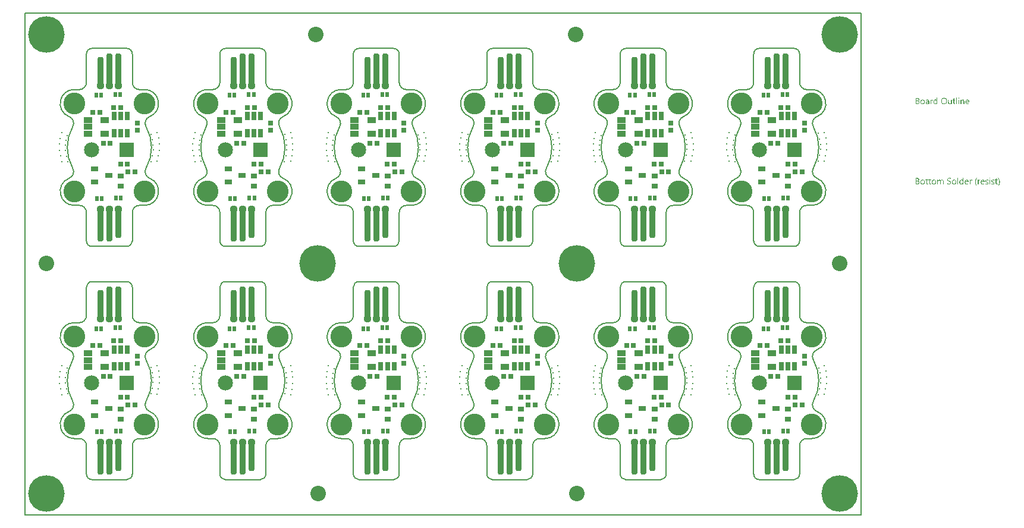
<source format=gbs>
G04*
G04 #@! TF.GenerationSoftware,Altium Limited,Altium Designer,21.6.4 (81)*
G04*
G04 Layer_Color=16711935*
%FSAX25Y25*%
%MOIN*%
G70*
G04*
G04 #@! TF.SameCoordinates,951E7868-A63B-422C-B91B-43858A88E4F6*
G04*
G04*
G04 #@! TF.FilePolarity,Negative*
G04*
G01*
G75*
%ADD14C,0.00787*%
G04:AMPARAMS|DCode=25|XSize=35.43mil|YSize=169.29mil|CornerRadius=13.82mil|HoleSize=0mil|Usage=FLASHONLY|Rotation=0.000|XOffset=0mil|YOffset=0mil|HoleType=Round|Shape=RoundedRectangle|*
%AMROUNDEDRECTD25*
21,1,0.03543,0.14165,0,0,0.0*
21,1,0.00780,0.16929,0,0,0.0*
1,1,0.02764,0.00390,-0.07083*
1,1,0.02764,-0.00390,-0.07083*
1,1,0.02764,-0.00390,0.07083*
1,1,0.02764,0.00390,0.07083*
%
%ADD25ROUNDEDRECTD25*%
G04:AMPARAMS|DCode=26|XSize=35.43mil|YSize=188.98mil|CornerRadius=13.82mil|HoleSize=0mil|Usage=FLASHONLY|Rotation=0.000|XOffset=0mil|YOffset=0mil|HoleType=Round|Shape=RoundedRectangle|*
%AMROUNDEDRECTD26*
21,1,0.03543,0.16134,0,0,0.0*
21,1,0.00780,0.18898,0,0,0.0*
1,1,0.02764,0.00390,-0.08067*
1,1,0.02764,-0.00390,-0.08067*
1,1,0.02764,-0.00390,0.08067*
1,1,0.02764,0.00390,0.08067*
%
%ADD26ROUNDEDRECTD26*%
%ADD33C,0.04370*%
%ADD40C,0.00800*%
%ADD41C,0.20485*%
%ADD42R,0.08465X0.08465*%
%ADD43C,0.08465*%
%ADD44C,0.00591*%
%ADD45C,0.12205*%
%ADD46C,0.08674*%
%ADD47R,0.04528X0.03347*%
%ADD48R,0.02953X0.04528*%
%ADD49R,0.01968X0.03150*%
%ADD50R,0.02559X0.02756*%
%ADD51R,0.02559X0.02756*%
%ADD52R,0.04134X0.02953*%
%ADD53R,0.03740X0.02953*%
%ADD54R,0.02756X0.02559*%
G36*
X0503737Y0214153D02*
X0503761D01*
X0503817Y0214128D01*
X0503848Y0214110D01*
X0503879Y0214085D01*
X0503885Y0214079D01*
X0503891Y0214073D01*
X0503922Y0214036D01*
X0503947Y0213974D01*
X0503953Y0213937D01*
X0503960Y0213899D01*
Y0213893D01*
Y0213881D01*
X0503953Y0213862D01*
X0503947Y0213838D01*
X0503929Y0213776D01*
X0503904Y0213745D01*
X0503879Y0213714D01*
X0503873D01*
X0503867Y0213701D01*
X0503829Y0213677D01*
X0503774Y0213652D01*
X0503737Y0213646D01*
X0503699Y0213639D01*
X0503681D01*
X0503662Y0213646D01*
X0503638D01*
X0503576Y0213670D01*
X0503545Y0213683D01*
X0503514Y0213708D01*
Y0213714D01*
X0503501Y0213720D01*
X0503489Y0213738D01*
X0503477Y0213757D01*
X0503452Y0213819D01*
X0503446Y0213856D01*
X0503440Y0213899D01*
Y0213906D01*
Y0213918D01*
X0503446Y0213937D01*
X0503452Y0213968D01*
X0503471Y0214023D01*
X0503489Y0214054D01*
X0503514Y0214085D01*
X0503520Y0214091D01*
X0503526Y0214098D01*
X0503563Y0214122D01*
X0503625Y0214147D01*
X0503662Y0214159D01*
X0503718D01*
X0503737Y0214153D01*
D02*
G37*
G36*
X0491747Y0210489D02*
X0491344D01*
Y0210910D01*
X0491332D01*
Y0210904D01*
X0491320Y0210891D01*
X0491301Y0210866D01*
X0491282Y0210835D01*
X0491251Y0210798D01*
X0491214Y0210761D01*
X0491171Y0210718D01*
X0491121Y0210675D01*
X0491066Y0210625D01*
X0490998Y0210582D01*
X0490930Y0210544D01*
X0490849Y0210507D01*
X0490769Y0210476D01*
X0490676Y0210452D01*
X0490577Y0210439D01*
X0490472Y0210433D01*
X0490428D01*
X0490391Y0210439D01*
X0490354Y0210445D01*
X0490304Y0210452D01*
X0490199Y0210476D01*
X0490075Y0210513D01*
X0489952Y0210576D01*
X0489883Y0210613D01*
X0489828Y0210656D01*
X0489766Y0210712D01*
X0489710Y0210767D01*
Y0210773D01*
X0489698Y0210786D01*
X0489685Y0210805D01*
X0489667Y0210829D01*
X0489648Y0210860D01*
X0489623Y0210904D01*
X0489599Y0210953D01*
X0489574Y0211009D01*
X0489543Y0211071D01*
X0489518Y0211139D01*
X0489494Y0211213D01*
X0489475Y0211294D01*
X0489456Y0211380D01*
X0489444Y0211479D01*
X0489438Y0211578D01*
X0489432Y0211684D01*
Y0211690D01*
Y0211708D01*
Y0211745D01*
X0489438Y0211789D01*
X0489444Y0211838D01*
X0489450Y0211900D01*
X0489456Y0211968D01*
X0489469Y0212042D01*
X0489506Y0212203D01*
X0489562Y0212371D01*
X0489599Y0212451D01*
X0489642Y0212531D01*
X0489685Y0212606D01*
X0489741Y0212680D01*
X0489747Y0212686D01*
X0489753Y0212699D01*
X0489772Y0212717D01*
X0489797Y0212742D01*
X0489828Y0212767D01*
X0489871Y0212798D01*
X0489914Y0212835D01*
X0489964Y0212872D01*
X0490088Y0212940D01*
X0490230Y0213002D01*
X0490310Y0213020D01*
X0490397Y0213039D01*
X0490484Y0213052D01*
X0490583Y0213058D01*
X0490632D01*
X0490670Y0213052D01*
X0490707Y0213045D01*
X0490756Y0213039D01*
X0490868Y0213008D01*
X0490991Y0212959D01*
X0491053Y0212928D01*
X0491115Y0212884D01*
X0491177Y0212841D01*
X0491233Y0212785D01*
X0491282Y0212723D01*
X0491332Y0212649D01*
X0491344D01*
Y0214209D01*
X0491747D01*
Y0210489D01*
D02*
G37*
G36*
X0506015Y0213052D02*
X0506089Y0213045D01*
X0506182Y0213027D01*
X0506281Y0212996D01*
X0506386Y0212946D01*
X0506491Y0212878D01*
X0506534Y0212841D01*
X0506578Y0212791D01*
X0506590Y0212779D01*
X0506615Y0212742D01*
X0506646Y0212680D01*
X0506689Y0212593D01*
X0506726Y0212488D01*
X0506764Y0212358D01*
X0506788Y0212203D01*
X0506795Y0212024D01*
Y0210489D01*
X0506392D01*
Y0211919D01*
Y0211925D01*
Y0211956D01*
X0506386Y0211993D01*
Y0212042D01*
X0506374Y0212104D01*
X0506361Y0212173D01*
X0506343Y0212247D01*
X0506318Y0212321D01*
X0506287Y0212395D01*
X0506250Y0212463D01*
X0506200Y0212531D01*
X0506145Y0212593D01*
X0506083Y0212643D01*
X0506002Y0212680D01*
X0505915Y0212711D01*
X0505810Y0212717D01*
X0505798D01*
X0505761Y0212711D01*
X0505705Y0212705D01*
X0505637Y0212686D01*
X0505556Y0212662D01*
X0505470Y0212618D01*
X0505389Y0212562D01*
X0505309Y0212488D01*
X0505303Y0212476D01*
X0505278Y0212451D01*
X0505247Y0212402D01*
X0505210Y0212333D01*
X0505173Y0212253D01*
X0505142Y0212154D01*
X0505117Y0212042D01*
X0505111Y0211919D01*
Y0210489D01*
X0504708D01*
Y0213002D01*
X0505111D01*
Y0212581D01*
X0505123D01*
X0505129Y0212587D01*
X0505136Y0212600D01*
X0505154Y0212624D01*
X0505179Y0212655D01*
X0505204Y0212692D01*
X0505241Y0212730D01*
X0505284Y0212773D01*
X0505334Y0212822D01*
X0505389Y0212866D01*
X0505451Y0212909D01*
X0505519Y0212946D01*
X0505594Y0212983D01*
X0505668Y0213014D01*
X0505755Y0213039D01*
X0505847Y0213052D01*
X0505946Y0213058D01*
X0505984D01*
X0506015Y0213052D01*
D02*
G37*
G36*
X0489017Y0213039D02*
X0489091Y0213033D01*
X0489134Y0213020D01*
X0489165Y0213008D01*
Y0212593D01*
X0489159Y0212600D01*
X0489147Y0212606D01*
X0489122Y0212618D01*
X0489091Y0212637D01*
X0489048Y0212649D01*
X0488992Y0212662D01*
X0488930Y0212668D01*
X0488862Y0212674D01*
X0488850D01*
X0488819Y0212668D01*
X0488769Y0212662D01*
X0488714Y0212643D01*
X0488639Y0212612D01*
X0488571Y0212569D01*
X0488497Y0212507D01*
X0488429Y0212426D01*
X0488423Y0212414D01*
X0488404Y0212383D01*
X0488373Y0212327D01*
X0488342Y0212253D01*
X0488311Y0212160D01*
X0488280Y0212042D01*
X0488262Y0211912D01*
X0488256Y0211764D01*
Y0210489D01*
X0487853D01*
Y0213002D01*
X0488256D01*
Y0212482D01*
X0488268D01*
Y0212488D01*
X0488274Y0212494D01*
X0488286Y0212525D01*
X0488305Y0212575D01*
X0488336Y0212637D01*
X0488367Y0212699D01*
X0488416Y0212767D01*
X0488466Y0212835D01*
X0488528Y0212897D01*
X0488534Y0212903D01*
X0488559Y0212922D01*
X0488596Y0212946D01*
X0488645Y0212971D01*
X0488701Y0212996D01*
X0488769Y0213020D01*
X0488843Y0213039D01*
X0488924Y0213045D01*
X0488980D01*
X0489017Y0213039D01*
D02*
G37*
G36*
X0499756Y0210489D02*
X0499354D01*
Y0210885D01*
X0499342D01*
Y0210879D01*
X0499329Y0210866D01*
X0499317Y0210842D01*
X0499292Y0210817D01*
X0499236Y0210743D01*
X0499150Y0210662D01*
X0499100Y0210619D01*
X0499045Y0210576D01*
X0498983Y0210538D01*
X0498908Y0210501D01*
X0498834Y0210476D01*
X0498754Y0210452D01*
X0498661Y0210439D01*
X0498568Y0210433D01*
X0498531D01*
X0498488Y0210439D01*
X0498426Y0210452D01*
X0498357Y0210464D01*
X0498283Y0210489D01*
X0498203Y0210520D01*
X0498122Y0210569D01*
X0498036Y0210625D01*
X0497955Y0210693D01*
X0497881Y0210780D01*
X0497813Y0210885D01*
X0497751Y0211003D01*
X0497708Y0211145D01*
X0497683Y0211312D01*
X0497670Y0211399D01*
Y0211498D01*
Y0213002D01*
X0498067D01*
Y0211560D01*
Y0211554D01*
Y0211529D01*
X0498073Y0211485D01*
X0498079Y0211436D01*
X0498085Y0211374D01*
X0498098Y0211312D01*
X0498116Y0211238D01*
X0498141Y0211163D01*
X0498178Y0211089D01*
X0498215Y0211021D01*
X0498265Y0210953D01*
X0498327Y0210891D01*
X0498395Y0210842D01*
X0498475Y0210805D01*
X0498574Y0210773D01*
X0498679Y0210767D01*
X0498692D01*
X0498729Y0210773D01*
X0498785Y0210780D01*
X0498847Y0210792D01*
X0498927Y0210823D01*
X0499008Y0210860D01*
X0499088Y0210910D01*
X0499162Y0210984D01*
X0499168Y0210996D01*
X0499193Y0211021D01*
X0499224Y0211071D01*
X0499261Y0211139D01*
X0499292Y0211219D01*
X0499323Y0211318D01*
X0499348Y0211430D01*
X0499354Y0211554D01*
Y0213002D01*
X0499756D01*
Y0210489D01*
D02*
G37*
G36*
X0503891D02*
X0503489D01*
Y0213002D01*
X0503891D01*
Y0210489D01*
D02*
G37*
G36*
X0502672D02*
X0502270D01*
Y0214209D01*
X0502672D01*
Y0210489D01*
D02*
G37*
G36*
X0486293Y0213052D02*
X0486349Y0213045D01*
X0486417Y0213027D01*
X0486491Y0213008D01*
X0486572Y0212977D01*
X0486658Y0212940D01*
X0486739Y0212891D01*
X0486819Y0212829D01*
X0486894Y0212754D01*
X0486962Y0212662D01*
X0487017Y0212556D01*
X0487061Y0212433D01*
X0487085Y0212290D01*
X0487098Y0212123D01*
Y0210489D01*
X0486696D01*
Y0210879D01*
X0486683D01*
Y0210873D01*
X0486671Y0210860D01*
X0486658Y0210835D01*
X0486634Y0210811D01*
X0486572Y0210736D01*
X0486491Y0210656D01*
X0486380Y0210576D01*
X0486250Y0210501D01*
X0486169Y0210476D01*
X0486089Y0210452D01*
X0486002Y0210439D01*
X0485910Y0210433D01*
X0485872D01*
X0485848Y0210439D01*
X0485779Y0210445D01*
X0485699Y0210458D01*
X0485600Y0210483D01*
X0485507Y0210513D01*
X0485408Y0210563D01*
X0485321Y0210625D01*
X0485315Y0210637D01*
X0485290Y0210662D01*
X0485253Y0210705D01*
X0485216Y0210767D01*
X0485179Y0210842D01*
X0485142Y0210928D01*
X0485117Y0211034D01*
X0485111Y0211151D01*
Y0211157D01*
Y0211182D01*
X0485117Y0211219D01*
X0485123Y0211262D01*
X0485136Y0211318D01*
X0485154Y0211380D01*
X0485179Y0211448D01*
X0485216Y0211516D01*
X0485259Y0211591D01*
X0485315Y0211665D01*
X0485383Y0211733D01*
X0485464Y0211795D01*
X0485557Y0211857D01*
X0485668Y0211906D01*
X0485792Y0211943D01*
X0485940Y0211974D01*
X0486696Y0212080D01*
Y0212086D01*
Y0212104D01*
X0486689Y0212141D01*
Y0212179D01*
X0486677Y0212228D01*
X0486671Y0212284D01*
X0486634Y0212402D01*
X0486603Y0212457D01*
X0486572Y0212513D01*
X0486528Y0212569D01*
X0486479Y0212618D01*
X0486417Y0212662D01*
X0486349Y0212692D01*
X0486269Y0212711D01*
X0486176Y0212717D01*
X0486132D01*
X0486101Y0212711D01*
X0486058D01*
X0486015Y0212699D01*
X0485903Y0212680D01*
X0485779Y0212643D01*
X0485643Y0212587D01*
X0485569Y0212550D01*
X0485501Y0212513D01*
X0485427Y0212463D01*
X0485358Y0212408D01*
Y0212822D01*
X0485365D01*
X0485377Y0212835D01*
X0485396Y0212847D01*
X0485427Y0212860D01*
X0485458Y0212878D01*
X0485501Y0212897D01*
X0485550Y0212915D01*
X0485606Y0212940D01*
X0485730Y0212983D01*
X0485879Y0213020D01*
X0486039Y0213045D01*
X0486213Y0213058D01*
X0486250D01*
X0486293Y0213052D01*
D02*
G37*
G36*
X0480605Y0213999D02*
X0480648D01*
X0480691Y0213992D01*
X0480790Y0213980D01*
X0480908Y0213949D01*
X0481032Y0213912D01*
X0481149Y0213856D01*
X0481255Y0213782D01*
X0481261D01*
X0481267Y0213770D01*
X0481298Y0213745D01*
X0481341Y0213695D01*
X0481391Y0213627D01*
X0481434Y0213541D01*
X0481477Y0213441D01*
X0481508Y0213330D01*
X0481521Y0213268D01*
Y0213200D01*
Y0213194D01*
Y0213188D01*
Y0213151D01*
X0481515Y0213095D01*
X0481502Y0213027D01*
X0481484Y0212940D01*
X0481453Y0212853D01*
X0481416Y0212767D01*
X0481360Y0212680D01*
X0481354Y0212668D01*
X0481329Y0212643D01*
X0481292Y0212606D01*
X0481242Y0212556D01*
X0481180Y0212507D01*
X0481106Y0212451D01*
X0481013Y0212408D01*
X0480914Y0212364D01*
Y0212358D01*
X0480933D01*
X0480951Y0212352D01*
X0480970Y0212346D01*
X0481038Y0212333D01*
X0481118Y0212309D01*
X0481205Y0212271D01*
X0481298Y0212228D01*
X0481391Y0212166D01*
X0481477Y0212086D01*
X0481490Y0212073D01*
X0481515Y0212042D01*
X0481545Y0211999D01*
X0481589Y0211931D01*
X0481626Y0211844D01*
X0481663Y0211745D01*
X0481688Y0211628D01*
X0481694Y0211498D01*
Y0211492D01*
Y0211479D01*
Y0211454D01*
X0481688Y0211423D01*
X0481682Y0211386D01*
X0481675Y0211343D01*
X0481651Y0211238D01*
X0481614Y0211120D01*
X0481558Y0210996D01*
X0481521Y0210941D01*
X0481477Y0210879D01*
X0481422Y0210823D01*
X0481366Y0210767D01*
X0481360D01*
X0481354Y0210755D01*
X0481335Y0210743D01*
X0481310Y0210724D01*
X0481279Y0210705D01*
X0481236Y0210681D01*
X0481143Y0210631D01*
X0481026Y0210576D01*
X0480889Y0210532D01*
X0480728Y0210501D01*
X0480648Y0210495D01*
X0480555Y0210489D01*
X0479528D01*
Y0214005D01*
X0480574D01*
X0480605Y0213999D01*
D02*
G37*
G36*
X0501100Y0213002D02*
X0501737D01*
Y0212655D01*
X0501100D01*
Y0211238D01*
Y0211225D01*
Y0211194D01*
X0501106Y0211151D01*
X0501112Y0211095D01*
X0501137Y0210978D01*
X0501155Y0210922D01*
X0501186Y0210879D01*
X0501193Y0210873D01*
X0501205Y0210860D01*
X0501224Y0210848D01*
X0501255Y0210829D01*
X0501292Y0210805D01*
X0501341Y0210792D01*
X0501403Y0210780D01*
X0501471Y0210773D01*
X0501496D01*
X0501527Y0210780D01*
X0501564Y0210786D01*
X0501651Y0210811D01*
X0501694Y0210829D01*
X0501737Y0210854D01*
Y0210507D01*
X0501731D01*
X0501713Y0210495D01*
X0501682Y0210489D01*
X0501638Y0210476D01*
X0501582Y0210464D01*
X0501521Y0210452D01*
X0501446Y0210445D01*
X0501360Y0210439D01*
X0501329D01*
X0501298Y0210445D01*
X0501255Y0210452D01*
X0501205Y0210464D01*
X0501149Y0210476D01*
X0501093Y0210501D01*
X0501032Y0210532D01*
X0500970Y0210569D01*
X0500908Y0210619D01*
X0500852Y0210675D01*
X0500803Y0210749D01*
X0500759Y0210829D01*
X0500728Y0210928D01*
X0500703Y0211040D01*
X0500697Y0211170D01*
Y0212655D01*
X0500270D01*
Y0213002D01*
X0500697D01*
Y0213615D01*
X0501100Y0213745D01*
Y0213002D01*
D02*
G37*
G36*
X0508627Y0213052D02*
X0508670Y0213045D01*
X0508713Y0213039D01*
X0508825Y0213020D01*
X0508949Y0212977D01*
X0509072Y0212922D01*
X0509134Y0212884D01*
X0509196Y0212841D01*
X0509252Y0212791D01*
X0509308Y0212736D01*
X0509314Y0212730D01*
X0509320Y0212723D01*
X0509332Y0212705D01*
X0509351Y0212680D01*
X0509370Y0212643D01*
X0509394Y0212606D01*
X0509419Y0212562D01*
X0509444Y0212507D01*
X0509469Y0212445D01*
X0509493Y0212383D01*
X0509518Y0212309D01*
X0509537Y0212228D01*
X0509555Y0212141D01*
X0509568Y0212055D01*
X0509580Y0211956D01*
Y0211851D01*
Y0211640D01*
X0507803D01*
Y0211634D01*
Y0211622D01*
Y0211603D01*
X0507810Y0211572D01*
X0507816Y0211535D01*
Y0211498D01*
X0507834Y0211399D01*
X0507865Y0211300D01*
X0507902Y0211188D01*
X0507958Y0211083D01*
X0508026Y0210990D01*
X0508039Y0210978D01*
X0508064Y0210953D01*
X0508113Y0210922D01*
X0508181Y0210879D01*
X0508268Y0210835D01*
X0508367Y0210805D01*
X0508484Y0210780D01*
X0508621Y0210767D01*
X0508664D01*
X0508695Y0210773D01*
X0508732D01*
X0508775Y0210780D01*
X0508881Y0210805D01*
X0508998Y0210835D01*
X0509128Y0210885D01*
X0509264Y0210953D01*
X0509332Y0210996D01*
X0509401Y0211046D01*
Y0210668D01*
X0509394D01*
X0509388Y0210656D01*
X0509370Y0210650D01*
X0509339Y0210631D01*
X0509308Y0210613D01*
X0509270Y0210594D01*
X0509221Y0210576D01*
X0509171Y0210551D01*
X0509110Y0210526D01*
X0509042Y0210507D01*
X0508893Y0210470D01*
X0508720Y0210445D01*
X0508528Y0210433D01*
X0508478D01*
X0508441Y0210439D01*
X0508398Y0210445D01*
X0508342Y0210452D01*
X0508224Y0210476D01*
X0508088Y0210513D01*
X0507952Y0210576D01*
X0507884Y0210619D01*
X0507816Y0210662D01*
X0507754Y0210712D01*
X0507692Y0210773D01*
X0507686Y0210780D01*
X0507680Y0210792D01*
X0507667Y0210811D01*
X0507643Y0210835D01*
X0507624Y0210873D01*
X0507599Y0210916D01*
X0507568Y0210965D01*
X0507544Y0211021D01*
X0507513Y0211083D01*
X0507488Y0211157D01*
X0507457Y0211238D01*
X0507438Y0211324D01*
X0507420Y0211417D01*
X0507401Y0211516D01*
X0507395Y0211622D01*
X0507389Y0211733D01*
Y0211739D01*
Y0211758D01*
Y0211789D01*
X0507395Y0211832D01*
X0507401Y0211881D01*
X0507407Y0211937D01*
X0507413Y0212005D01*
X0507432Y0212073D01*
X0507469Y0212222D01*
X0507525Y0212383D01*
X0507562Y0212463D01*
X0507612Y0212538D01*
X0507661Y0212618D01*
X0507717Y0212686D01*
X0507723Y0212692D01*
X0507735Y0212705D01*
X0507754Y0212723D01*
X0507779Y0212742D01*
X0507810Y0212773D01*
X0507847Y0212804D01*
X0507896Y0212835D01*
X0507946Y0212872D01*
X0508064Y0212940D01*
X0508206Y0213002D01*
X0508286Y0213020D01*
X0508367Y0213039D01*
X0508453Y0213052D01*
X0508546Y0213058D01*
X0508596D01*
X0508627Y0213052D01*
D02*
G37*
G36*
X0495584Y0214060D02*
X0495646Y0214054D01*
X0495721Y0214042D01*
X0495801Y0214023D01*
X0495888Y0214005D01*
X0495974Y0213980D01*
X0496073Y0213949D01*
X0496166Y0213906D01*
X0496265Y0213856D01*
X0496364Y0213800D01*
X0496457Y0213732D01*
X0496550Y0213658D01*
X0496637Y0213571D01*
X0496643Y0213565D01*
X0496655Y0213547D01*
X0496680Y0213522D01*
X0496705Y0213485D01*
X0496742Y0213435D01*
X0496779Y0213373D01*
X0496816Y0213305D01*
X0496860Y0213231D01*
X0496903Y0213138D01*
X0496940Y0213045D01*
X0496977Y0212940D01*
X0497014Y0212822D01*
X0497039Y0212705D01*
X0497064Y0212575D01*
X0497076Y0212433D01*
X0497082Y0212290D01*
Y0212278D01*
Y0212253D01*
Y0212210D01*
X0497076Y0212148D01*
X0497070Y0212073D01*
X0497058Y0211993D01*
X0497045Y0211900D01*
X0497027Y0211795D01*
X0497002Y0211690D01*
X0496971Y0211578D01*
X0496934Y0211467D01*
X0496890Y0211355D01*
X0496835Y0211238D01*
X0496773Y0211133D01*
X0496705Y0211027D01*
X0496624Y0210928D01*
X0496618Y0210922D01*
X0496606Y0210910D01*
X0496575Y0210885D01*
X0496544Y0210854D01*
X0496494Y0210811D01*
X0496439Y0210773D01*
X0496377Y0210724D01*
X0496303Y0210681D01*
X0496222Y0210637D01*
X0496129Y0210588D01*
X0496030Y0210551D01*
X0495919Y0210513D01*
X0495801Y0210476D01*
X0495677Y0210452D01*
X0495547Y0210439D01*
X0495405Y0210433D01*
X0495374D01*
X0495331Y0210439D01*
X0495281D01*
X0495219Y0210445D01*
X0495145Y0210458D01*
X0495064Y0210476D01*
X0494972Y0210495D01*
X0494879Y0210520D01*
X0494780Y0210551D01*
X0494681Y0210594D01*
X0494582Y0210637D01*
X0494483Y0210693D01*
X0494384Y0210761D01*
X0494291Y0210835D01*
X0494204Y0210922D01*
X0494198Y0210928D01*
X0494185Y0210947D01*
X0494161Y0210972D01*
X0494136Y0211009D01*
X0494099Y0211058D01*
X0494062Y0211120D01*
X0494025Y0211188D01*
X0493981Y0211269D01*
X0493938Y0211355D01*
X0493901Y0211448D01*
X0493864Y0211554D01*
X0493826Y0211671D01*
X0493802Y0211789D01*
X0493777Y0211919D01*
X0493765Y0212061D01*
X0493758Y0212203D01*
Y0212216D01*
Y0212241D01*
X0493765Y0212284D01*
Y0212346D01*
X0493771Y0212414D01*
X0493783Y0212501D01*
X0493795Y0212593D01*
X0493814Y0212692D01*
X0493839Y0212798D01*
X0493870Y0212909D01*
X0493907Y0213020D01*
X0493950Y0213132D01*
X0494006Y0213243D01*
X0494068Y0213355D01*
X0494136Y0213460D01*
X0494216Y0213559D01*
X0494223Y0213565D01*
X0494235Y0213584D01*
X0494266Y0213609D01*
X0494303Y0213639D01*
X0494346Y0213677D01*
X0494402Y0213720D01*
X0494470Y0213763D01*
X0494545Y0213813D01*
X0494631Y0213862D01*
X0494724Y0213906D01*
X0494823Y0213949D01*
X0494935Y0213986D01*
X0495058Y0214017D01*
X0495188Y0214048D01*
X0495324Y0214060D01*
X0495467Y0214067D01*
X0495535D01*
X0495584Y0214060D01*
D02*
G37*
G36*
X0483557Y0213052D02*
X0483601Y0213045D01*
X0483656Y0213039D01*
X0483780Y0213014D01*
X0483922Y0212971D01*
X0484065Y0212909D01*
X0484139Y0212872D01*
X0484207Y0212829D01*
X0484275Y0212773D01*
X0484337Y0212711D01*
X0484343Y0212705D01*
X0484350Y0212692D01*
X0484368Y0212674D01*
X0484387Y0212649D01*
X0484411Y0212612D01*
X0484436Y0212569D01*
X0484467Y0212519D01*
X0484498Y0212463D01*
X0484523Y0212395D01*
X0484554Y0212327D01*
X0484579Y0212247D01*
X0484603Y0212160D01*
X0484622Y0212067D01*
X0484641Y0211968D01*
X0484647Y0211863D01*
X0484653Y0211752D01*
Y0211745D01*
Y0211727D01*
Y0211696D01*
X0484647Y0211652D01*
X0484641Y0211603D01*
X0484634Y0211541D01*
X0484622Y0211479D01*
X0484610Y0211405D01*
X0484572Y0211256D01*
X0484511Y0211095D01*
X0484473Y0211015D01*
X0484424Y0210934D01*
X0484374Y0210860D01*
X0484312Y0210792D01*
X0484306Y0210786D01*
X0484294Y0210780D01*
X0484275Y0210761D01*
X0484250Y0210736D01*
X0484213Y0210712D01*
X0484176Y0210681D01*
X0484127Y0210644D01*
X0484071Y0210613D01*
X0484009Y0210582D01*
X0483941Y0210544D01*
X0483867Y0210513D01*
X0483786Y0210489D01*
X0483700Y0210464D01*
X0483607Y0210452D01*
X0483508Y0210439D01*
X0483402Y0210433D01*
X0483347D01*
X0483310Y0210439D01*
X0483266Y0210445D01*
X0483211Y0210452D01*
X0483149Y0210464D01*
X0483081Y0210476D01*
X0482938Y0210520D01*
X0482790Y0210582D01*
X0482715Y0210619D01*
X0482647Y0210668D01*
X0482579Y0210718D01*
X0482511Y0210780D01*
X0482505Y0210786D01*
X0482499Y0210798D01*
X0482480Y0210817D01*
X0482462Y0210842D01*
X0482437Y0210879D01*
X0482406Y0210922D01*
X0482375Y0210972D01*
X0482350Y0211027D01*
X0482319Y0211095D01*
X0482288Y0211163D01*
X0482257Y0211238D01*
X0482233Y0211324D01*
X0482195Y0211510D01*
X0482189Y0211609D01*
X0482183Y0211714D01*
Y0211721D01*
Y0211745D01*
Y0211776D01*
X0482189Y0211820D01*
X0482195Y0211869D01*
X0482202Y0211931D01*
X0482214Y0211999D01*
X0482226Y0212073D01*
X0482264Y0212234D01*
X0482325Y0212395D01*
X0482369Y0212476D01*
X0482412Y0212556D01*
X0482462Y0212631D01*
X0482523Y0212699D01*
X0482530Y0212705D01*
X0482542Y0212717D01*
X0482561Y0212730D01*
X0482585Y0212754D01*
X0482623Y0212779D01*
X0482666Y0212810D01*
X0482715Y0212847D01*
X0482771Y0212878D01*
X0482833Y0212909D01*
X0482907Y0212946D01*
X0482982Y0212977D01*
X0483068Y0213002D01*
X0483155Y0213027D01*
X0483254Y0213045D01*
X0483359Y0213052D01*
X0483464Y0213058D01*
X0483520D01*
X0483557Y0213052D01*
D02*
G37*
G36*
X0521168Y0169227D02*
X0521193D01*
X0521248Y0169202D01*
X0521279Y0169183D01*
X0521310Y0169159D01*
X0521316Y0169152D01*
X0521322Y0169146D01*
X0521353Y0169109D01*
X0521378Y0169047D01*
X0521384Y0169010D01*
X0521390Y0168973D01*
Y0168967D01*
Y0168954D01*
X0521384Y0168936D01*
X0521378Y0168911D01*
X0521360Y0168849D01*
X0521335Y0168818D01*
X0521310Y0168787D01*
X0521304D01*
X0521298Y0168775D01*
X0521260Y0168750D01*
X0521205Y0168725D01*
X0521168Y0168719D01*
X0521131Y0168713D01*
X0521112D01*
X0521093Y0168719D01*
X0521069D01*
X0521007Y0168744D01*
X0520976Y0168756D01*
X0520945Y0168781D01*
Y0168787D01*
X0520932Y0168793D01*
X0520920Y0168812D01*
X0520908Y0168831D01*
X0520883Y0168893D01*
X0520877Y0168930D01*
X0520871Y0168973D01*
Y0168979D01*
Y0168992D01*
X0520877Y0169010D01*
X0520883Y0169041D01*
X0520901Y0169097D01*
X0520920Y0169128D01*
X0520945Y0169159D01*
X0520951Y0169165D01*
X0520957Y0169171D01*
X0520994Y0169196D01*
X0521056Y0169221D01*
X0521093Y0169233D01*
X0521149D01*
X0521168Y0169227D01*
D02*
G37*
G36*
X0498599Y0169134D02*
X0498649D01*
X0498760Y0169122D01*
X0498884Y0169109D01*
X0499008Y0169084D01*
X0499125Y0169053D01*
X0499175Y0169035D01*
X0499224Y0169010D01*
Y0168546D01*
X0499218D01*
X0499212Y0168558D01*
X0499193Y0168564D01*
X0499168Y0168583D01*
X0499137Y0168595D01*
X0499100Y0168614D01*
X0499008Y0168657D01*
X0498896Y0168694D01*
X0498760Y0168732D01*
X0498599Y0168756D01*
X0498426Y0168763D01*
X0498376D01*
X0498339Y0168756D01*
X0498302D01*
X0498252Y0168750D01*
X0498153Y0168732D01*
X0498147D01*
X0498129Y0168725D01*
X0498104Y0168719D01*
X0498073Y0168713D01*
X0497999Y0168682D01*
X0497912Y0168645D01*
X0497906D01*
X0497893Y0168632D01*
X0497875Y0168620D01*
X0497850Y0168602D01*
X0497794Y0168546D01*
X0497739Y0168478D01*
Y0168472D01*
X0497726Y0168459D01*
X0497720Y0168441D01*
X0497708Y0168410D01*
X0497695Y0168373D01*
X0497689Y0168335D01*
X0497677Y0168236D01*
Y0168230D01*
Y0168212D01*
Y0168187D01*
X0497683Y0168156D01*
X0497695Y0168082D01*
X0497726Y0168001D01*
Y0167995D01*
X0497739Y0167983D01*
X0497745Y0167964D01*
X0497763Y0167939D01*
X0497813Y0167884D01*
X0497875Y0167822D01*
X0497881Y0167815D01*
X0497893Y0167809D01*
X0497912Y0167791D01*
X0497943Y0167772D01*
X0497980Y0167747D01*
X0498017Y0167723D01*
X0498116Y0167661D01*
X0498122Y0167655D01*
X0498141Y0167648D01*
X0498172Y0167630D01*
X0498209Y0167611D01*
X0498258Y0167586D01*
X0498314Y0167562D01*
X0498438Y0167500D01*
X0498444Y0167494D01*
X0498469Y0167481D01*
X0498506Y0167463D01*
X0498556Y0167438D01*
X0498611Y0167413D01*
X0498673Y0167376D01*
X0498797Y0167302D01*
X0498803Y0167296D01*
X0498828Y0167283D01*
X0498859Y0167264D01*
X0498902Y0167234D01*
X0498995Y0167159D01*
X0499094Y0167073D01*
X0499100Y0167067D01*
X0499119Y0167054D01*
X0499137Y0167023D01*
X0499168Y0166992D01*
X0499199Y0166949D01*
X0499236Y0166905D01*
X0499298Y0166794D01*
X0499305Y0166788D01*
X0499311Y0166769D01*
X0499323Y0166738D01*
X0499336Y0166695D01*
X0499348Y0166646D01*
X0499360Y0166584D01*
X0499373Y0166522D01*
Y0166447D01*
Y0166435D01*
Y0166404D01*
X0499367Y0166355D01*
X0499360Y0166293D01*
X0499348Y0166225D01*
X0499329Y0166150D01*
X0499305Y0166076D01*
X0499267Y0166008D01*
X0499261Y0166002D01*
X0499249Y0165977D01*
X0499224Y0165946D01*
X0499199Y0165903D01*
X0499156Y0165859D01*
X0499113Y0165810D01*
X0499057Y0165760D01*
X0498995Y0165711D01*
X0498989Y0165705D01*
X0498964Y0165692D01*
X0498927Y0165674D01*
X0498877Y0165649D01*
X0498822Y0165624D01*
X0498754Y0165599D01*
X0498673Y0165575D01*
X0498593Y0165556D01*
X0498580D01*
X0498556Y0165550D01*
X0498512Y0165544D01*
X0498450Y0165531D01*
X0498382Y0165525D01*
X0498302Y0165513D01*
X0498215Y0165507D01*
X0498067D01*
X0497999Y0165513D01*
X0497912Y0165519D01*
X0497893D01*
X0497868Y0165525D01*
X0497838Y0165531D01*
X0497757Y0165538D01*
X0497664Y0165556D01*
X0497658D01*
X0497640Y0165562D01*
X0497615Y0165568D01*
X0497584Y0165575D01*
X0497509Y0165593D01*
X0497423Y0165618D01*
X0497417D01*
X0497404Y0165624D01*
X0497386Y0165630D01*
X0497361Y0165643D01*
X0497299Y0165667D01*
X0497237Y0165705D01*
Y0166188D01*
X0497243Y0166181D01*
X0497256Y0166175D01*
X0497268Y0166163D01*
X0497293Y0166144D01*
X0497361Y0166101D01*
X0497441Y0166051D01*
X0497448D01*
X0497460Y0166045D01*
X0497485Y0166033D01*
X0497516Y0166020D01*
X0497596Y0165983D01*
X0497683Y0165952D01*
X0497689D01*
X0497708Y0165946D01*
X0497732Y0165940D01*
X0497763Y0165934D01*
X0497850Y0165909D01*
X0497943Y0165890D01*
X0497968D01*
X0497992Y0165884D01*
X0498023D01*
X0498098Y0165878D01*
X0498184Y0165872D01*
X0498246D01*
X0498314Y0165878D01*
X0498401Y0165890D01*
X0498494Y0165903D01*
X0498587Y0165928D01*
X0498673Y0165965D01*
X0498754Y0166008D01*
X0498760Y0166014D01*
X0498785Y0166033D01*
X0498816Y0166070D01*
X0498847Y0166113D01*
X0498884Y0166169D01*
X0498908Y0166243D01*
X0498933Y0166324D01*
X0498939Y0166417D01*
Y0166423D01*
Y0166441D01*
Y0166466D01*
X0498933Y0166503D01*
X0498915Y0166584D01*
X0498877Y0166664D01*
Y0166670D01*
X0498865Y0166683D01*
X0498853Y0166701D01*
X0498834Y0166726D01*
X0498778Y0166788D01*
X0498704Y0166856D01*
X0498698Y0166862D01*
X0498686Y0166875D01*
X0498661Y0166887D01*
X0498630Y0166912D01*
X0498593Y0166937D01*
X0498549Y0166967D01*
X0498444Y0167023D01*
X0498438Y0167029D01*
X0498419Y0167035D01*
X0498388Y0167054D01*
X0498345Y0167073D01*
X0498302Y0167104D01*
X0498246Y0167128D01*
X0498116Y0167197D01*
X0498110Y0167203D01*
X0498085Y0167215D01*
X0498048Y0167234D01*
X0498005Y0167252D01*
X0497955Y0167283D01*
X0497899Y0167314D01*
X0497776Y0167382D01*
X0497769Y0167388D01*
X0497751Y0167401D01*
X0497720Y0167419D01*
X0497683Y0167444D01*
X0497590Y0167512D01*
X0497497Y0167593D01*
X0497491Y0167599D01*
X0497479Y0167611D01*
X0497454Y0167636D01*
X0497429Y0167667D01*
X0497398Y0167710D01*
X0497367Y0167754D01*
X0497311Y0167853D01*
Y0167859D01*
X0497299Y0167877D01*
X0497293Y0167908D01*
X0497281Y0167952D01*
X0497268Y0168001D01*
X0497256Y0168063D01*
X0497250Y0168125D01*
X0497243Y0168199D01*
Y0168212D01*
Y0168243D01*
X0497250Y0168286D01*
X0497256Y0168342D01*
X0497268Y0168410D01*
X0497287Y0168478D01*
X0497311Y0168546D01*
X0497349Y0168614D01*
X0497355Y0168620D01*
X0497367Y0168645D01*
X0497392Y0168676D01*
X0497423Y0168719D01*
X0497460Y0168763D01*
X0497509Y0168812D01*
X0497565Y0168862D01*
X0497627Y0168905D01*
X0497633Y0168911D01*
X0497658Y0168923D01*
X0497695Y0168948D01*
X0497739Y0168973D01*
X0497800Y0168998D01*
X0497862Y0169029D01*
X0497937Y0169053D01*
X0498017Y0169078D01*
X0498030D01*
X0498054Y0169091D01*
X0498098Y0169097D01*
X0498160Y0169109D01*
X0498228Y0169122D01*
X0498302Y0169128D01*
X0498469Y0169140D01*
X0498556D01*
X0498599Y0169134D01*
D02*
G37*
G36*
X0506330Y0165562D02*
X0505928D01*
Y0165983D01*
X0505915D01*
Y0165977D01*
X0505903Y0165965D01*
X0505885Y0165940D01*
X0505866Y0165909D01*
X0505835Y0165872D01*
X0505798Y0165835D01*
X0505755Y0165791D01*
X0505705Y0165748D01*
X0505649Y0165699D01*
X0505581Y0165655D01*
X0505513Y0165618D01*
X0505433Y0165581D01*
X0505352Y0165550D01*
X0505259Y0165525D01*
X0505160Y0165513D01*
X0505055Y0165507D01*
X0505012D01*
X0504975Y0165513D01*
X0504938Y0165519D01*
X0504888Y0165525D01*
X0504783Y0165550D01*
X0504659Y0165587D01*
X0504535Y0165649D01*
X0504467Y0165686D01*
X0504411Y0165729D01*
X0504350Y0165785D01*
X0504294Y0165841D01*
Y0165847D01*
X0504281Y0165859D01*
X0504269Y0165878D01*
X0504250Y0165903D01*
X0504232Y0165934D01*
X0504207Y0165977D01*
X0504182Y0166026D01*
X0504158Y0166082D01*
X0504127Y0166144D01*
X0504102Y0166212D01*
X0504077Y0166287D01*
X0504059Y0166367D01*
X0504040Y0166454D01*
X0504028Y0166553D01*
X0504021Y0166652D01*
X0504015Y0166757D01*
Y0166763D01*
Y0166782D01*
Y0166819D01*
X0504021Y0166862D01*
X0504028Y0166912D01*
X0504034Y0166974D01*
X0504040Y0167042D01*
X0504052Y0167116D01*
X0504089Y0167277D01*
X0504145Y0167444D01*
X0504182Y0167525D01*
X0504226Y0167605D01*
X0504269Y0167679D01*
X0504325Y0167754D01*
X0504331Y0167760D01*
X0504337Y0167772D01*
X0504356Y0167791D01*
X0504380Y0167815D01*
X0504411Y0167840D01*
X0504455Y0167871D01*
X0504498Y0167908D01*
X0504548Y0167945D01*
X0504671Y0168014D01*
X0504814Y0168075D01*
X0504894Y0168094D01*
X0504981Y0168113D01*
X0505067Y0168125D01*
X0505166Y0168131D01*
X0505216D01*
X0505253Y0168125D01*
X0505290Y0168119D01*
X0505340Y0168113D01*
X0505451Y0168082D01*
X0505575Y0168032D01*
X0505637Y0168001D01*
X0505699Y0167958D01*
X0505761Y0167914D01*
X0505817Y0167859D01*
X0505866Y0167797D01*
X0505915Y0167723D01*
X0505928D01*
Y0169282D01*
X0506330D01*
Y0165562D01*
D02*
G37*
G36*
X0523074Y0168125D02*
X0523155Y0168119D01*
X0523241Y0168106D01*
X0523340Y0168082D01*
X0523439Y0168057D01*
X0523538Y0168020D01*
Y0167611D01*
X0523526Y0167617D01*
X0523489Y0167642D01*
X0523433Y0167667D01*
X0523359Y0167704D01*
X0523266Y0167735D01*
X0523155Y0167766D01*
X0523031Y0167785D01*
X0522901Y0167791D01*
X0522833D01*
X0522771Y0167778D01*
X0522697Y0167766D01*
X0522690D01*
X0522684Y0167760D01*
X0522647Y0167747D01*
X0522598Y0167723D01*
X0522542Y0167692D01*
X0522530Y0167685D01*
X0522505Y0167661D01*
X0522474Y0167624D01*
X0522443Y0167580D01*
X0522437Y0167568D01*
X0522424Y0167537D01*
X0522412Y0167494D01*
X0522406Y0167438D01*
Y0167432D01*
Y0167419D01*
Y0167401D01*
X0522412Y0167382D01*
X0522424Y0167326D01*
X0522443Y0167271D01*
X0522449Y0167258D01*
X0522468Y0167234D01*
X0522505Y0167197D01*
X0522548Y0167153D01*
X0522554D01*
X0522560Y0167147D01*
X0522598Y0167122D01*
X0522647Y0167091D01*
X0522715Y0167060D01*
X0522721D01*
X0522734Y0167054D01*
X0522752Y0167048D01*
X0522783Y0167035D01*
X0522851Y0167011D01*
X0522938Y0166974D01*
X0522944D01*
X0522969Y0166961D01*
X0523000Y0166949D01*
X0523037Y0166937D01*
X0523136Y0166893D01*
X0523235Y0166844D01*
X0523241D01*
X0523260Y0166831D01*
X0523285Y0166819D01*
X0523316Y0166800D01*
X0523390Y0166751D01*
X0523464Y0166689D01*
X0523470Y0166683D01*
X0523483Y0166676D01*
X0523495Y0166658D01*
X0523520Y0166633D01*
X0523563Y0166571D01*
X0523606Y0166491D01*
Y0166485D01*
X0523613Y0166472D01*
X0523625Y0166447D01*
X0523631Y0166417D01*
X0523644Y0166379D01*
X0523650Y0166336D01*
X0523656Y0166231D01*
Y0166225D01*
Y0166200D01*
X0523650Y0166163D01*
X0523644Y0166119D01*
X0523637Y0166070D01*
X0523619Y0166014D01*
X0523600Y0165965D01*
X0523569Y0165909D01*
X0523563Y0165903D01*
X0523557Y0165884D01*
X0523538Y0165859D01*
X0523514Y0165829D01*
X0523483Y0165791D01*
X0523446Y0165754D01*
X0523353Y0165680D01*
X0523347Y0165674D01*
X0523328Y0165667D01*
X0523303Y0165649D01*
X0523260Y0165630D01*
X0523217Y0165606D01*
X0523161Y0165587D01*
X0523105Y0165568D01*
X0523037Y0165550D01*
X0523031D01*
X0523006Y0165544D01*
X0522969Y0165538D01*
X0522926Y0165531D01*
X0522864Y0165519D01*
X0522802Y0165513D01*
X0522659Y0165507D01*
X0522598D01*
X0522523Y0165513D01*
X0522431Y0165525D01*
X0522325Y0165544D01*
X0522214Y0165568D01*
X0522102Y0165599D01*
X0521991Y0165649D01*
Y0166082D01*
X0521997D01*
X0522003Y0166070D01*
X0522022Y0166058D01*
X0522047Y0166045D01*
X0522115Y0166008D01*
X0522208Y0165965D01*
X0522313Y0165915D01*
X0522437Y0165878D01*
X0522573Y0165853D01*
X0522715Y0165841D01*
X0522765D01*
X0522796Y0165847D01*
X0522882Y0165859D01*
X0522981Y0165884D01*
X0523074Y0165928D01*
X0523117Y0165958D01*
X0523161Y0165989D01*
X0523192Y0166033D01*
X0523217Y0166076D01*
X0523235Y0166132D01*
X0523241Y0166194D01*
Y0166200D01*
Y0166212D01*
Y0166231D01*
X0523235Y0166249D01*
X0523223Y0166305D01*
X0523198Y0166361D01*
Y0166367D01*
X0523192Y0166373D01*
X0523167Y0166404D01*
X0523130Y0166447D01*
X0523074Y0166485D01*
X0523068D01*
X0523062Y0166497D01*
X0523025Y0166516D01*
X0522969Y0166553D01*
X0522895Y0166584D01*
X0522889D01*
X0522876Y0166590D01*
X0522858Y0166602D01*
X0522827Y0166615D01*
X0522758Y0166639D01*
X0522672Y0166676D01*
X0522666D01*
X0522641Y0166689D01*
X0522610Y0166701D01*
X0522573Y0166714D01*
X0522474Y0166757D01*
X0522375Y0166806D01*
X0522368Y0166813D01*
X0522356Y0166819D01*
X0522331Y0166831D01*
X0522300Y0166850D01*
X0522232Y0166899D01*
X0522164Y0166955D01*
X0522158Y0166961D01*
X0522152Y0166967D01*
X0522133Y0166986D01*
X0522115Y0167011D01*
X0522071Y0167073D01*
X0522034Y0167147D01*
Y0167153D01*
X0522028Y0167166D01*
X0522022Y0167190D01*
X0522016Y0167221D01*
X0522010Y0167258D01*
X0522003Y0167302D01*
X0521997Y0167407D01*
Y0167413D01*
Y0167438D01*
X0522003Y0167469D01*
X0522010Y0167512D01*
X0522016Y0167562D01*
X0522034Y0167611D01*
X0522053Y0167667D01*
X0522078Y0167716D01*
X0522084Y0167723D01*
X0522090Y0167741D01*
X0522109Y0167766D01*
X0522133Y0167797D01*
X0522201Y0167871D01*
X0522288Y0167945D01*
X0522294Y0167952D01*
X0522313Y0167958D01*
X0522338Y0167976D01*
X0522381Y0167995D01*
X0522424Y0168020D01*
X0522474Y0168044D01*
X0522598Y0168082D01*
X0522604D01*
X0522628Y0168088D01*
X0522659Y0168100D01*
X0522709Y0168106D01*
X0522758Y0168119D01*
X0522820Y0168125D01*
X0522957Y0168131D01*
X0523012D01*
X0523074Y0168125D01*
D02*
G37*
G36*
X0519719D02*
X0519800Y0168119D01*
X0519886Y0168106D01*
X0519985Y0168082D01*
X0520084Y0168057D01*
X0520184Y0168020D01*
Y0167611D01*
X0520171Y0167617D01*
X0520134Y0167642D01*
X0520078Y0167667D01*
X0520004Y0167704D01*
X0519911Y0167735D01*
X0519800Y0167766D01*
X0519676Y0167785D01*
X0519546Y0167791D01*
X0519478D01*
X0519416Y0167778D01*
X0519342Y0167766D01*
X0519336D01*
X0519329Y0167760D01*
X0519292Y0167747D01*
X0519243Y0167723D01*
X0519187Y0167692D01*
X0519174Y0167685D01*
X0519150Y0167661D01*
X0519119Y0167624D01*
X0519088Y0167580D01*
X0519082Y0167568D01*
X0519069Y0167537D01*
X0519057Y0167494D01*
X0519051Y0167438D01*
Y0167432D01*
Y0167419D01*
Y0167401D01*
X0519057Y0167382D01*
X0519069Y0167326D01*
X0519088Y0167271D01*
X0519094Y0167258D01*
X0519113Y0167234D01*
X0519150Y0167197D01*
X0519193Y0167153D01*
X0519199D01*
X0519206Y0167147D01*
X0519243Y0167122D01*
X0519292Y0167091D01*
X0519360Y0167060D01*
X0519366D01*
X0519379Y0167054D01*
X0519397Y0167048D01*
X0519428Y0167035D01*
X0519496Y0167011D01*
X0519583Y0166974D01*
X0519589D01*
X0519614Y0166961D01*
X0519645Y0166949D01*
X0519682Y0166937D01*
X0519781Y0166893D01*
X0519880Y0166844D01*
X0519886D01*
X0519905Y0166831D01*
X0519930Y0166819D01*
X0519961Y0166800D01*
X0520035Y0166751D01*
X0520109Y0166689D01*
X0520115Y0166683D01*
X0520128Y0166676D01*
X0520140Y0166658D01*
X0520165Y0166633D01*
X0520208Y0166571D01*
X0520252Y0166491D01*
Y0166485D01*
X0520258Y0166472D01*
X0520270Y0166447D01*
X0520276Y0166417D01*
X0520289Y0166379D01*
X0520295Y0166336D01*
X0520301Y0166231D01*
Y0166225D01*
Y0166200D01*
X0520295Y0166163D01*
X0520289Y0166119D01*
X0520283Y0166070D01*
X0520264Y0166014D01*
X0520245Y0165965D01*
X0520214Y0165909D01*
X0520208Y0165903D01*
X0520202Y0165884D01*
X0520184Y0165859D01*
X0520159Y0165829D01*
X0520128Y0165791D01*
X0520091Y0165754D01*
X0519998Y0165680D01*
X0519992Y0165674D01*
X0519973Y0165667D01*
X0519948Y0165649D01*
X0519905Y0165630D01*
X0519862Y0165606D01*
X0519806Y0165587D01*
X0519750Y0165568D01*
X0519682Y0165550D01*
X0519676D01*
X0519651Y0165544D01*
X0519614Y0165538D01*
X0519571Y0165531D01*
X0519509Y0165519D01*
X0519447Y0165513D01*
X0519305Y0165507D01*
X0519243D01*
X0519168Y0165513D01*
X0519075Y0165525D01*
X0518970Y0165544D01*
X0518859Y0165568D01*
X0518747Y0165599D01*
X0518636Y0165649D01*
Y0166082D01*
X0518642D01*
X0518648Y0166070D01*
X0518667Y0166058D01*
X0518692Y0166045D01*
X0518760Y0166008D01*
X0518853Y0165965D01*
X0518958Y0165915D01*
X0519082Y0165878D01*
X0519218Y0165853D01*
X0519360Y0165841D01*
X0519410D01*
X0519441Y0165847D01*
X0519527Y0165859D01*
X0519626Y0165884D01*
X0519719Y0165928D01*
X0519763Y0165958D01*
X0519806Y0165989D01*
X0519837Y0166033D01*
X0519862Y0166076D01*
X0519880Y0166132D01*
X0519886Y0166194D01*
Y0166200D01*
Y0166212D01*
Y0166231D01*
X0519880Y0166249D01*
X0519868Y0166305D01*
X0519843Y0166361D01*
Y0166367D01*
X0519837Y0166373D01*
X0519812Y0166404D01*
X0519775Y0166447D01*
X0519719Y0166485D01*
X0519713D01*
X0519707Y0166497D01*
X0519670Y0166516D01*
X0519614Y0166553D01*
X0519540Y0166584D01*
X0519533D01*
X0519521Y0166590D01*
X0519503Y0166602D01*
X0519472Y0166615D01*
X0519404Y0166639D01*
X0519317Y0166676D01*
X0519311D01*
X0519286Y0166689D01*
X0519255Y0166701D01*
X0519218Y0166714D01*
X0519119Y0166757D01*
X0519020Y0166806D01*
X0519014Y0166813D01*
X0519001Y0166819D01*
X0518976Y0166831D01*
X0518946Y0166850D01*
X0518877Y0166899D01*
X0518809Y0166955D01*
X0518803Y0166961D01*
X0518797Y0166967D01*
X0518778Y0166986D01*
X0518760Y0167011D01*
X0518716Y0167073D01*
X0518679Y0167147D01*
Y0167153D01*
X0518673Y0167166D01*
X0518667Y0167190D01*
X0518661Y0167221D01*
X0518655Y0167258D01*
X0518648Y0167302D01*
X0518642Y0167407D01*
Y0167413D01*
Y0167438D01*
X0518648Y0167469D01*
X0518655Y0167512D01*
X0518661Y0167562D01*
X0518679Y0167611D01*
X0518698Y0167667D01*
X0518723Y0167716D01*
X0518729Y0167723D01*
X0518735Y0167741D01*
X0518754Y0167766D01*
X0518778Y0167797D01*
X0518846Y0167871D01*
X0518933Y0167945D01*
X0518939Y0167952D01*
X0518958Y0167958D01*
X0518983Y0167976D01*
X0519026Y0167995D01*
X0519069Y0168020D01*
X0519119Y0168044D01*
X0519243Y0168082D01*
X0519249D01*
X0519274Y0168088D01*
X0519305Y0168100D01*
X0519354Y0168106D01*
X0519404Y0168119D01*
X0519465Y0168125D01*
X0519602Y0168131D01*
X0519657D01*
X0519719Y0168125D01*
D02*
G37*
G36*
X0494464D02*
X0494520Y0168113D01*
X0494582Y0168100D01*
X0494650Y0168075D01*
X0494730Y0168044D01*
X0494804Y0168001D01*
X0494885Y0167952D01*
X0494959Y0167884D01*
X0495027Y0167797D01*
X0495089Y0167698D01*
X0495145Y0167586D01*
X0495182Y0167444D01*
X0495213Y0167289D01*
X0495219Y0167110D01*
Y0165562D01*
X0494817D01*
Y0167005D01*
Y0167011D01*
Y0167023D01*
Y0167042D01*
Y0167073D01*
X0494811Y0167147D01*
X0494798Y0167234D01*
X0494786Y0167333D01*
X0494761Y0167432D01*
X0494730Y0167525D01*
X0494687Y0167605D01*
X0494681Y0167611D01*
X0494662Y0167636D01*
X0494631Y0167667D01*
X0494582Y0167698D01*
X0494526Y0167735D01*
X0494452Y0167760D01*
X0494359Y0167785D01*
X0494254Y0167791D01*
X0494241D01*
X0494210Y0167785D01*
X0494161Y0167778D01*
X0494099Y0167760D01*
X0494031Y0167735D01*
X0493957Y0167692D01*
X0493882Y0167636D01*
X0493814Y0167555D01*
X0493808Y0167543D01*
X0493789Y0167512D01*
X0493758Y0167463D01*
X0493727Y0167394D01*
X0493690Y0167314D01*
X0493666Y0167221D01*
X0493641Y0167110D01*
X0493635Y0166992D01*
Y0165562D01*
X0493232D01*
Y0167054D01*
Y0167060D01*
Y0167085D01*
X0493226Y0167122D01*
Y0167172D01*
X0493214Y0167227D01*
X0493201Y0167289D01*
X0493183Y0167351D01*
X0493164Y0167426D01*
X0493133Y0167494D01*
X0493096Y0167555D01*
X0493047Y0167617D01*
X0492991Y0167673D01*
X0492929Y0167723D01*
X0492848Y0167760D01*
X0492762Y0167785D01*
X0492663Y0167791D01*
X0492650D01*
X0492619Y0167785D01*
X0492570Y0167778D01*
X0492508Y0167766D01*
X0492440Y0167735D01*
X0492366Y0167698D01*
X0492291Y0167642D01*
X0492223Y0167568D01*
X0492217Y0167555D01*
X0492199Y0167531D01*
X0492168Y0167481D01*
X0492137Y0167413D01*
X0492106Y0167333D01*
X0492075Y0167234D01*
X0492056Y0167122D01*
X0492050Y0166992D01*
Y0165562D01*
X0491648D01*
Y0168075D01*
X0492050D01*
Y0167673D01*
X0492062D01*
X0492068Y0167679D01*
X0492075Y0167692D01*
X0492093Y0167716D01*
X0492112Y0167747D01*
X0492174Y0167815D01*
X0492260Y0167902D01*
X0492372Y0167989D01*
X0492502Y0168057D01*
X0492582Y0168088D01*
X0492663Y0168113D01*
X0492749Y0168125D01*
X0492842Y0168131D01*
X0492886D01*
X0492935Y0168125D01*
X0492997Y0168113D01*
X0493065Y0168094D01*
X0493139Y0168069D01*
X0493214Y0168038D01*
X0493288Y0167989D01*
X0493294Y0167983D01*
X0493319Y0167964D01*
X0493350Y0167933D01*
X0493393Y0167890D01*
X0493436Y0167834D01*
X0493480Y0167772D01*
X0493523Y0167698D01*
X0493554Y0167611D01*
X0493560Y0167617D01*
X0493567Y0167636D01*
X0493585Y0167661D01*
X0493604Y0167692D01*
X0493635Y0167735D01*
X0493672Y0167778D01*
X0493715Y0167822D01*
X0493765Y0167871D01*
X0493820Y0167921D01*
X0493882Y0167964D01*
X0493950Y0168014D01*
X0494025Y0168051D01*
X0494105Y0168082D01*
X0494192Y0168106D01*
X0494291Y0168125D01*
X0494390Y0168131D01*
X0494427D01*
X0494464Y0168125D01*
D02*
G37*
G36*
X0515572Y0168113D02*
X0515646Y0168106D01*
X0515690Y0168094D01*
X0515721Y0168082D01*
Y0167667D01*
X0515714Y0167673D01*
X0515702Y0167679D01*
X0515677Y0167692D01*
X0515646Y0167710D01*
X0515603Y0167723D01*
X0515547Y0167735D01*
X0515485Y0167741D01*
X0515417Y0167747D01*
X0515405D01*
X0515374Y0167741D01*
X0515324Y0167735D01*
X0515269Y0167716D01*
X0515194Y0167685D01*
X0515126Y0167642D01*
X0515052Y0167580D01*
X0514984Y0167500D01*
X0514978Y0167487D01*
X0514959Y0167456D01*
X0514928Y0167401D01*
X0514897Y0167326D01*
X0514866Y0167234D01*
X0514835Y0167116D01*
X0514817Y0166986D01*
X0514811Y0166837D01*
Y0165562D01*
X0514408D01*
Y0168075D01*
X0514811D01*
Y0167555D01*
X0514823D01*
Y0167562D01*
X0514829Y0167568D01*
X0514842Y0167599D01*
X0514860Y0167648D01*
X0514891Y0167710D01*
X0514922Y0167772D01*
X0514971Y0167840D01*
X0515021Y0167908D01*
X0515083Y0167970D01*
X0515089Y0167976D01*
X0515114Y0167995D01*
X0515151Y0168020D01*
X0515201Y0168044D01*
X0515256Y0168069D01*
X0515324Y0168094D01*
X0515399Y0168113D01*
X0515479Y0168119D01*
X0515535D01*
X0515572Y0168113D01*
D02*
G37*
G36*
X0510936D02*
X0511010Y0168106D01*
X0511053Y0168094D01*
X0511084Y0168082D01*
Y0167667D01*
X0511078Y0167673D01*
X0511066Y0167679D01*
X0511041Y0167692D01*
X0511010Y0167710D01*
X0510967Y0167723D01*
X0510911Y0167735D01*
X0510849Y0167741D01*
X0510781Y0167747D01*
X0510769D01*
X0510738Y0167741D01*
X0510688Y0167735D01*
X0510632Y0167716D01*
X0510558Y0167685D01*
X0510490Y0167642D01*
X0510416Y0167580D01*
X0510348Y0167500D01*
X0510341Y0167487D01*
X0510323Y0167456D01*
X0510292Y0167401D01*
X0510261Y0167326D01*
X0510230Y0167234D01*
X0510199Y0167116D01*
X0510180Y0166986D01*
X0510174Y0166837D01*
Y0165562D01*
X0509772D01*
Y0168075D01*
X0510174D01*
Y0167555D01*
X0510187D01*
Y0167562D01*
X0510193Y0167568D01*
X0510205Y0167599D01*
X0510224Y0167648D01*
X0510255Y0167710D01*
X0510286Y0167772D01*
X0510335Y0167840D01*
X0510385Y0167908D01*
X0510447Y0167970D01*
X0510453Y0167976D01*
X0510478Y0167995D01*
X0510515Y0168020D01*
X0510564Y0168044D01*
X0510620Y0168069D01*
X0510688Y0168094D01*
X0510762Y0168113D01*
X0510843Y0168119D01*
X0510898D01*
X0510936Y0168113D01*
D02*
G37*
G36*
X0521322Y0165562D02*
X0520920D01*
Y0168075D01*
X0521322D01*
Y0165562D01*
D02*
G37*
G36*
X0503365D02*
X0502963D01*
Y0169282D01*
X0503365D01*
Y0165562D01*
D02*
G37*
G36*
X0480605Y0169072D02*
X0480648D01*
X0480691Y0169066D01*
X0480790Y0169053D01*
X0480908Y0169023D01*
X0481032Y0168985D01*
X0481149Y0168930D01*
X0481255Y0168855D01*
X0481261D01*
X0481267Y0168843D01*
X0481298Y0168818D01*
X0481341Y0168769D01*
X0481391Y0168701D01*
X0481434Y0168614D01*
X0481477Y0168515D01*
X0481508Y0168403D01*
X0481521Y0168342D01*
Y0168273D01*
Y0168267D01*
Y0168261D01*
Y0168224D01*
X0481515Y0168168D01*
X0481502Y0168100D01*
X0481484Y0168014D01*
X0481453Y0167927D01*
X0481416Y0167840D01*
X0481360Y0167754D01*
X0481354Y0167741D01*
X0481329Y0167716D01*
X0481292Y0167679D01*
X0481242Y0167630D01*
X0481180Y0167580D01*
X0481106Y0167525D01*
X0481013Y0167481D01*
X0480914Y0167438D01*
Y0167432D01*
X0480933D01*
X0480951Y0167426D01*
X0480970Y0167419D01*
X0481038Y0167407D01*
X0481118Y0167382D01*
X0481205Y0167345D01*
X0481298Y0167302D01*
X0481391Y0167240D01*
X0481477Y0167159D01*
X0481490Y0167147D01*
X0481515Y0167116D01*
X0481545Y0167073D01*
X0481589Y0167005D01*
X0481626Y0166918D01*
X0481663Y0166819D01*
X0481688Y0166701D01*
X0481694Y0166571D01*
Y0166565D01*
Y0166553D01*
Y0166528D01*
X0481688Y0166497D01*
X0481682Y0166460D01*
X0481675Y0166417D01*
X0481651Y0166311D01*
X0481614Y0166194D01*
X0481558Y0166070D01*
X0481521Y0166014D01*
X0481477Y0165952D01*
X0481422Y0165897D01*
X0481366Y0165841D01*
X0481360D01*
X0481354Y0165829D01*
X0481335Y0165816D01*
X0481310Y0165797D01*
X0481279Y0165779D01*
X0481236Y0165754D01*
X0481143Y0165705D01*
X0481026Y0165649D01*
X0480889Y0165606D01*
X0480728Y0165575D01*
X0480648Y0165568D01*
X0480555Y0165562D01*
X0479528D01*
Y0169078D01*
X0480574D01*
X0480605Y0169072D01*
D02*
G37*
G36*
X0524807Y0168075D02*
X0525445D01*
Y0167729D01*
X0524807D01*
Y0166311D01*
Y0166299D01*
Y0166268D01*
X0524814Y0166225D01*
X0524820Y0166169D01*
X0524845Y0166051D01*
X0524863Y0165996D01*
X0524894Y0165952D01*
X0524900Y0165946D01*
X0524913Y0165934D01*
X0524931Y0165921D01*
X0524962Y0165903D01*
X0524999Y0165878D01*
X0525049Y0165866D01*
X0525111Y0165853D01*
X0525179Y0165847D01*
X0525204D01*
X0525235Y0165853D01*
X0525272Y0165859D01*
X0525358Y0165884D01*
X0525402Y0165903D01*
X0525445Y0165928D01*
Y0165581D01*
X0525439D01*
X0525420Y0165568D01*
X0525389Y0165562D01*
X0525346Y0165550D01*
X0525290Y0165538D01*
X0525228Y0165525D01*
X0525154Y0165519D01*
X0525067Y0165513D01*
X0525036D01*
X0525005Y0165519D01*
X0524962Y0165525D01*
X0524913Y0165538D01*
X0524857Y0165550D01*
X0524801Y0165575D01*
X0524739Y0165606D01*
X0524677Y0165643D01*
X0524615Y0165692D01*
X0524560Y0165748D01*
X0524510Y0165822D01*
X0524467Y0165903D01*
X0524436Y0166002D01*
X0524411Y0166113D01*
X0524405Y0166243D01*
Y0167729D01*
X0523978D01*
Y0168075D01*
X0524405D01*
Y0168688D01*
X0524807Y0168818D01*
Y0168075D01*
D02*
G37*
G36*
X0487531D02*
X0488169D01*
Y0167729D01*
X0487531D01*
Y0166311D01*
Y0166299D01*
Y0166268D01*
X0487537Y0166225D01*
X0487544Y0166169D01*
X0487568Y0166051D01*
X0487587Y0165996D01*
X0487618Y0165952D01*
X0487624Y0165946D01*
X0487637Y0165934D01*
X0487655Y0165921D01*
X0487686Y0165903D01*
X0487723Y0165878D01*
X0487773Y0165866D01*
X0487835Y0165853D01*
X0487903Y0165847D01*
X0487927D01*
X0487958Y0165853D01*
X0487995Y0165859D01*
X0488082Y0165884D01*
X0488126Y0165903D01*
X0488169Y0165928D01*
Y0165581D01*
X0488163D01*
X0488144Y0165568D01*
X0488113Y0165562D01*
X0488070Y0165550D01*
X0488014Y0165538D01*
X0487952Y0165525D01*
X0487878Y0165519D01*
X0487791Y0165513D01*
X0487760D01*
X0487729Y0165519D01*
X0487686Y0165525D01*
X0487637Y0165538D01*
X0487581Y0165550D01*
X0487525Y0165575D01*
X0487463Y0165606D01*
X0487401Y0165643D01*
X0487339Y0165692D01*
X0487284Y0165748D01*
X0487234Y0165822D01*
X0487191Y0165903D01*
X0487160Y0166002D01*
X0487135Y0166113D01*
X0487129Y0166243D01*
Y0167729D01*
X0486702D01*
Y0168075D01*
X0487129D01*
Y0168688D01*
X0487531Y0168818D01*
Y0168075D01*
D02*
G37*
G36*
X0485829D02*
X0486467D01*
Y0167729D01*
X0485829D01*
Y0166311D01*
Y0166299D01*
Y0166268D01*
X0485835Y0166225D01*
X0485841Y0166169D01*
X0485866Y0166051D01*
X0485885Y0165996D01*
X0485916Y0165952D01*
X0485922Y0165946D01*
X0485934Y0165934D01*
X0485953Y0165921D01*
X0485984Y0165903D01*
X0486021Y0165878D01*
X0486070Y0165866D01*
X0486132Y0165853D01*
X0486200Y0165847D01*
X0486225D01*
X0486256Y0165853D01*
X0486293Y0165859D01*
X0486380Y0165884D01*
X0486423Y0165903D01*
X0486467Y0165928D01*
Y0165581D01*
X0486460D01*
X0486442Y0165568D01*
X0486411Y0165562D01*
X0486368Y0165550D01*
X0486312Y0165538D01*
X0486250Y0165525D01*
X0486176Y0165519D01*
X0486089Y0165513D01*
X0486058D01*
X0486027Y0165519D01*
X0485984Y0165525D01*
X0485934Y0165538D01*
X0485879Y0165550D01*
X0485823Y0165575D01*
X0485761Y0165606D01*
X0485699Y0165643D01*
X0485637Y0165692D01*
X0485581Y0165748D01*
X0485532Y0165822D01*
X0485489Y0165903D01*
X0485458Y0166002D01*
X0485433Y0166113D01*
X0485427Y0166243D01*
Y0167729D01*
X0485000D01*
Y0168075D01*
X0485427D01*
Y0168688D01*
X0485829Y0168818D01*
Y0168075D01*
D02*
G37*
G36*
X0517225Y0168125D02*
X0517268Y0168119D01*
X0517311Y0168113D01*
X0517423Y0168094D01*
X0517547Y0168051D01*
X0517670Y0167995D01*
X0517732Y0167958D01*
X0517794Y0167914D01*
X0517850Y0167865D01*
X0517906Y0167809D01*
X0517912Y0167803D01*
X0517918Y0167797D01*
X0517930Y0167778D01*
X0517949Y0167754D01*
X0517968Y0167716D01*
X0517992Y0167679D01*
X0518017Y0167636D01*
X0518042Y0167580D01*
X0518067Y0167518D01*
X0518091Y0167456D01*
X0518116Y0167382D01*
X0518135Y0167302D01*
X0518153Y0167215D01*
X0518165Y0167128D01*
X0518178Y0167029D01*
Y0166924D01*
Y0166714D01*
X0516401D01*
Y0166707D01*
Y0166695D01*
Y0166676D01*
X0516408Y0166646D01*
X0516414Y0166608D01*
Y0166571D01*
X0516432Y0166472D01*
X0516463Y0166373D01*
X0516500Y0166262D01*
X0516556Y0166156D01*
X0516624Y0166064D01*
X0516637Y0166051D01*
X0516661Y0166026D01*
X0516711Y0165996D01*
X0516779Y0165952D01*
X0516866Y0165909D01*
X0516965Y0165878D01*
X0517082Y0165853D01*
X0517218Y0165841D01*
X0517262D01*
X0517293Y0165847D01*
X0517330D01*
X0517373Y0165853D01*
X0517478Y0165878D01*
X0517596Y0165909D01*
X0517726Y0165958D01*
X0517862Y0166026D01*
X0517930Y0166070D01*
X0517998Y0166119D01*
Y0165742D01*
X0517992D01*
X0517986Y0165729D01*
X0517968Y0165723D01*
X0517937Y0165705D01*
X0517906Y0165686D01*
X0517868Y0165667D01*
X0517819Y0165649D01*
X0517769Y0165624D01*
X0517707Y0165599D01*
X0517639Y0165581D01*
X0517491Y0165544D01*
X0517317Y0165519D01*
X0517126Y0165507D01*
X0517076D01*
X0517039Y0165513D01*
X0516996Y0165519D01*
X0516940Y0165525D01*
X0516822Y0165550D01*
X0516686Y0165587D01*
X0516550Y0165649D01*
X0516482Y0165692D01*
X0516414Y0165736D01*
X0516352Y0165785D01*
X0516290Y0165847D01*
X0516284Y0165853D01*
X0516278Y0165866D01*
X0516265Y0165884D01*
X0516240Y0165909D01*
X0516222Y0165946D01*
X0516197Y0165989D01*
X0516166Y0166039D01*
X0516141Y0166095D01*
X0516111Y0166156D01*
X0516086Y0166231D01*
X0516055Y0166311D01*
X0516036Y0166398D01*
X0516018Y0166491D01*
X0515999Y0166590D01*
X0515993Y0166695D01*
X0515987Y0166806D01*
Y0166813D01*
Y0166831D01*
Y0166862D01*
X0515993Y0166905D01*
X0515999Y0166955D01*
X0516005Y0167011D01*
X0516011Y0167079D01*
X0516030Y0167147D01*
X0516067Y0167296D01*
X0516123Y0167456D01*
X0516160Y0167537D01*
X0516210Y0167611D01*
X0516259Y0167692D01*
X0516315Y0167760D01*
X0516321Y0167766D01*
X0516333Y0167778D01*
X0516352Y0167797D01*
X0516377Y0167815D01*
X0516408Y0167846D01*
X0516445Y0167877D01*
X0516494Y0167908D01*
X0516544Y0167945D01*
X0516661Y0168014D01*
X0516804Y0168075D01*
X0516884Y0168094D01*
X0516965Y0168113D01*
X0517051Y0168125D01*
X0517144Y0168131D01*
X0517194D01*
X0517225Y0168125D01*
D02*
G37*
G36*
X0508212D02*
X0508255Y0168119D01*
X0508299Y0168113D01*
X0508410Y0168094D01*
X0508534Y0168051D01*
X0508658Y0167995D01*
X0508720Y0167958D01*
X0508781Y0167914D01*
X0508837Y0167865D01*
X0508893Y0167809D01*
X0508899Y0167803D01*
X0508905Y0167797D01*
X0508918Y0167778D01*
X0508936Y0167754D01*
X0508955Y0167716D01*
X0508980Y0167679D01*
X0509004Y0167636D01*
X0509029Y0167580D01*
X0509054Y0167518D01*
X0509079Y0167456D01*
X0509103Y0167382D01*
X0509122Y0167302D01*
X0509140Y0167215D01*
X0509153Y0167128D01*
X0509165Y0167029D01*
Y0166924D01*
Y0166714D01*
X0507389D01*
Y0166707D01*
Y0166695D01*
Y0166676D01*
X0507395Y0166646D01*
X0507401Y0166608D01*
Y0166571D01*
X0507420Y0166472D01*
X0507451Y0166373D01*
X0507488Y0166262D01*
X0507544Y0166156D01*
X0507612Y0166064D01*
X0507624Y0166051D01*
X0507649Y0166026D01*
X0507698Y0165996D01*
X0507766Y0165952D01*
X0507853Y0165909D01*
X0507952Y0165878D01*
X0508070Y0165853D01*
X0508206Y0165841D01*
X0508249D01*
X0508280Y0165847D01*
X0508317D01*
X0508361Y0165853D01*
X0508466Y0165878D01*
X0508583Y0165909D01*
X0508713Y0165958D01*
X0508850Y0166026D01*
X0508918Y0166070D01*
X0508986Y0166119D01*
Y0165742D01*
X0508980D01*
X0508973Y0165729D01*
X0508955Y0165723D01*
X0508924Y0165705D01*
X0508893Y0165686D01*
X0508856Y0165667D01*
X0508806Y0165649D01*
X0508757Y0165624D01*
X0508695Y0165599D01*
X0508627Y0165581D01*
X0508478Y0165544D01*
X0508305Y0165519D01*
X0508113Y0165507D01*
X0508064D01*
X0508026Y0165513D01*
X0507983Y0165519D01*
X0507927Y0165525D01*
X0507810Y0165550D01*
X0507674Y0165587D01*
X0507537Y0165649D01*
X0507469Y0165692D01*
X0507401Y0165736D01*
X0507339Y0165785D01*
X0507277Y0165847D01*
X0507271Y0165853D01*
X0507265Y0165866D01*
X0507253Y0165884D01*
X0507228Y0165909D01*
X0507209Y0165946D01*
X0507185Y0165989D01*
X0507154Y0166039D01*
X0507129Y0166095D01*
X0507098Y0166156D01*
X0507073Y0166231D01*
X0507042Y0166311D01*
X0507023Y0166398D01*
X0507005Y0166491D01*
X0506986Y0166590D01*
X0506980Y0166695D01*
X0506974Y0166806D01*
Y0166813D01*
Y0166831D01*
Y0166862D01*
X0506980Y0166905D01*
X0506986Y0166955D01*
X0506993Y0167011D01*
X0506999Y0167079D01*
X0507017Y0167147D01*
X0507055Y0167296D01*
X0507110Y0167456D01*
X0507147Y0167537D01*
X0507197Y0167611D01*
X0507246Y0167692D01*
X0507302Y0167760D01*
X0507308Y0167766D01*
X0507321Y0167778D01*
X0507339Y0167797D01*
X0507364Y0167815D01*
X0507395Y0167846D01*
X0507432Y0167877D01*
X0507482Y0167908D01*
X0507531Y0167945D01*
X0507649Y0168014D01*
X0507791Y0168075D01*
X0507872Y0168094D01*
X0507952Y0168113D01*
X0508039Y0168125D01*
X0508132Y0168131D01*
X0508181D01*
X0508212Y0168125D01*
D02*
G37*
G36*
X0501224D02*
X0501267Y0168119D01*
X0501323Y0168113D01*
X0501446Y0168088D01*
X0501589Y0168044D01*
X0501731Y0167983D01*
X0501805Y0167945D01*
X0501873Y0167902D01*
X0501942Y0167846D01*
X0502003Y0167785D01*
X0502010Y0167778D01*
X0502016Y0167766D01*
X0502034Y0167747D01*
X0502053Y0167723D01*
X0502078Y0167685D01*
X0502103Y0167642D01*
X0502133Y0167593D01*
X0502164Y0167537D01*
X0502189Y0167469D01*
X0502220Y0167401D01*
X0502245Y0167320D01*
X0502270Y0167234D01*
X0502288Y0167141D01*
X0502307Y0167042D01*
X0502313Y0166937D01*
X0502319Y0166825D01*
Y0166819D01*
Y0166800D01*
Y0166769D01*
X0502313Y0166726D01*
X0502307Y0166676D01*
X0502301Y0166615D01*
X0502288Y0166553D01*
X0502276Y0166478D01*
X0502239Y0166330D01*
X0502177Y0166169D01*
X0502140Y0166088D01*
X0502090Y0166008D01*
X0502041Y0165934D01*
X0501979Y0165866D01*
X0501972Y0165859D01*
X0501960Y0165853D01*
X0501942Y0165835D01*
X0501917Y0165810D01*
X0501880Y0165785D01*
X0501842Y0165754D01*
X0501793Y0165717D01*
X0501737Y0165686D01*
X0501675Y0165655D01*
X0501607Y0165618D01*
X0501533Y0165587D01*
X0501452Y0165562D01*
X0501366Y0165538D01*
X0501273Y0165525D01*
X0501174Y0165513D01*
X0501069Y0165507D01*
X0501013D01*
X0500976Y0165513D01*
X0500933Y0165519D01*
X0500877Y0165525D01*
X0500815Y0165538D01*
X0500747Y0165550D01*
X0500604Y0165593D01*
X0500456Y0165655D01*
X0500382Y0165692D01*
X0500314Y0165742D01*
X0500246Y0165791D01*
X0500177Y0165853D01*
X0500171Y0165859D01*
X0500165Y0165872D01*
X0500146Y0165890D01*
X0500128Y0165915D01*
X0500103Y0165952D01*
X0500072Y0165996D01*
X0500041Y0166045D01*
X0500016Y0166101D01*
X0499986Y0166169D01*
X0499955Y0166237D01*
X0499924Y0166311D01*
X0499899Y0166398D01*
X0499862Y0166584D01*
X0499856Y0166683D01*
X0499849Y0166788D01*
Y0166794D01*
Y0166819D01*
Y0166850D01*
X0499856Y0166893D01*
X0499862Y0166943D01*
X0499868Y0167005D01*
X0499880Y0167073D01*
X0499893Y0167147D01*
X0499930Y0167308D01*
X0499992Y0167469D01*
X0500035Y0167549D01*
X0500078Y0167630D01*
X0500128Y0167704D01*
X0500190Y0167772D01*
X0500196Y0167778D01*
X0500208Y0167791D01*
X0500227Y0167803D01*
X0500252Y0167828D01*
X0500289Y0167853D01*
X0500332Y0167884D01*
X0500382Y0167921D01*
X0500437Y0167952D01*
X0500499Y0167983D01*
X0500574Y0168020D01*
X0500648Y0168051D01*
X0500735Y0168075D01*
X0500821Y0168100D01*
X0500920Y0168119D01*
X0501025Y0168125D01*
X0501131Y0168131D01*
X0501186D01*
X0501224Y0168125D01*
D02*
G37*
G36*
X0489908D02*
X0489952Y0168119D01*
X0490007Y0168113D01*
X0490131Y0168088D01*
X0490273Y0168044D01*
X0490416Y0167983D01*
X0490490Y0167945D01*
X0490558Y0167902D01*
X0490626Y0167846D01*
X0490688Y0167785D01*
X0490694Y0167778D01*
X0490700Y0167766D01*
X0490719Y0167747D01*
X0490738Y0167723D01*
X0490762Y0167685D01*
X0490787Y0167642D01*
X0490818Y0167593D01*
X0490849Y0167537D01*
X0490874Y0167469D01*
X0490905Y0167401D01*
X0490930Y0167320D01*
X0490954Y0167234D01*
X0490973Y0167141D01*
X0490991Y0167042D01*
X0490998Y0166937D01*
X0491004Y0166825D01*
Y0166819D01*
Y0166800D01*
Y0166769D01*
X0490998Y0166726D01*
X0490991Y0166676D01*
X0490985Y0166615D01*
X0490973Y0166553D01*
X0490961Y0166478D01*
X0490923Y0166330D01*
X0490861Y0166169D01*
X0490824Y0166088D01*
X0490775Y0166008D01*
X0490725Y0165934D01*
X0490663Y0165866D01*
X0490657Y0165859D01*
X0490645Y0165853D01*
X0490626Y0165835D01*
X0490601Y0165810D01*
X0490564Y0165785D01*
X0490527Y0165754D01*
X0490478Y0165717D01*
X0490422Y0165686D01*
X0490360Y0165655D01*
X0490292Y0165618D01*
X0490218Y0165587D01*
X0490137Y0165562D01*
X0490051Y0165538D01*
X0489958Y0165525D01*
X0489859Y0165513D01*
X0489753Y0165507D01*
X0489698D01*
X0489661Y0165513D01*
X0489617Y0165519D01*
X0489562Y0165525D01*
X0489500Y0165538D01*
X0489432Y0165550D01*
X0489289Y0165593D01*
X0489141Y0165655D01*
X0489066Y0165692D01*
X0488998Y0165742D01*
X0488930Y0165791D01*
X0488862Y0165853D01*
X0488856Y0165859D01*
X0488850Y0165872D01*
X0488831Y0165890D01*
X0488813Y0165915D01*
X0488788Y0165952D01*
X0488757Y0165996D01*
X0488726Y0166045D01*
X0488701Y0166101D01*
X0488670Y0166169D01*
X0488639Y0166237D01*
X0488608Y0166311D01*
X0488584Y0166398D01*
X0488546Y0166584D01*
X0488540Y0166683D01*
X0488534Y0166788D01*
Y0166794D01*
Y0166819D01*
Y0166850D01*
X0488540Y0166893D01*
X0488546Y0166943D01*
X0488553Y0167005D01*
X0488565Y0167073D01*
X0488577Y0167147D01*
X0488615Y0167308D01*
X0488676Y0167469D01*
X0488720Y0167549D01*
X0488763Y0167630D01*
X0488813Y0167704D01*
X0488874Y0167772D01*
X0488881Y0167778D01*
X0488893Y0167791D01*
X0488912Y0167803D01*
X0488936Y0167828D01*
X0488974Y0167853D01*
X0489017Y0167884D01*
X0489066Y0167921D01*
X0489122Y0167952D01*
X0489184Y0167983D01*
X0489258Y0168020D01*
X0489332Y0168051D01*
X0489419Y0168075D01*
X0489506Y0168100D01*
X0489605Y0168119D01*
X0489710Y0168125D01*
X0489815Y0168131D01*
X0489871D01*
X0489908Y0168125D01*
D02*
G37*
G36*
X0483557D02*
X0483601Y0168119D01*
X0483656Y0168113D01*
X0483780Y0168088D01*
X0483922Y0168044D01*
X0484065Y0167983D01*
X0484139Y0167945D01*
X0484207Y0167902D01*
X0484275Y0167846D01*
X0484337Y0167785D01*
X0484343Y0167778D01*
X0484350Y0167766D01*
X0484368Y0167747D01*
X0484387Y0167723D01*
X0484411Y0167685D01*
X0484436Y0167642D01*
X0484467Y0167593D01*
X0484498Y0167537D01*
X0484523Y0167469D01*
X0484554Y0167401D01*
X0484579Y0167320D01*
X0484603Y0167234D01*
X0484622Y0167141D01*
X0484641Y0167042D01*
X0484647Y0166937D01*
X0484653Y0166825D01*
Y0166819D01*
Y0166800D01*
Y0166769D01*
X0484647Y0166726D01*
X0484641Y0166676D01*
X0484634Y0166615D01*
X0484622Y0166553D01*
X0484610Y0166478D01*
X0484572Y0166330D01*
X0484511Y0166169D01*
X0484473Y0166088D01*
X0484424Y0166008D01*
X0484374Y0165934D01*
X0484312Y0165866D01*
X0484306Y0165859D01*
X0484294Y0165853D01*
X0484275Y0165835D01*
X0484250Y0165810D01*
X0484213Y0165785D01*
X0484176Y0165754D01*
X0484127Y0165717D01*
X0484071Y0165686D01*
X0484009Y0165655D01*
X0483941Y0165618D01*
X0483867Y0165587D01*
X0483786Y0165562D01*
X0483700Y0165538D01*
X0483607Y0165525D01*
X0483508Y0165513D01*
X0483402Y0165507D01*
X0483347D01*
X0483310Y0165513D01*
X0483266Y0165519D01*
X0483211Y0165525D01*
X0483149Y0165538D01*
X0483081Y0165550D01*
X0482938Y0165593D01*
X0482790Y0165655D01*
X0482715Y0165692D01*
X0482647Y0165742D01*
X0482579Y0165791D01*
X0482511Y0165853D01*
X0482505Y0165859D01*
X0482499Y0165872D01*
X0482480Y0165890D01*
X0482462Y0165915D01*
X0482437Y0165952D01*
X0482406Y0165996D01*
X0482375Y0166045D01*
X0482350Y0166101D01*
X0482319Y0166169D01*
X0482288Y0166237D01*
X0482257Y0166311D01*
X0482233Y0166398D01*
X0482195Y0166584D01*
X0482189Y0166683D01*
X0482183Y0166788D01*
Y0166794D01*
Y0166819D01*
Y0166850D01*
X0482189Y0166893D01*
X0482195Y0166943D01*
X0482202Y0167005D01*
X0482214Y0167073D01*
X0482226Y0167147D01*
X0482264Y0167308D01*
X0482325Y0167469D01*
X0482369Y0167549D01*
X0482412Y0167630D01*
X0482462Y0167704D01*
X0482523Y0167772D01*
X0482530Y0167778D01*
X0482542Y0167791D01*
X0482561Y0167803D01*
X0482585Y0167828D01*
X0482623Y0167853D01*
X0482666Y0167884D01*
X0482715Y0167921D01*
X0482771Y0167952D01*
X0482833Y0167983D01*
X0482907Y0168020D01*
X0482982Y0168051D01*
X0483068Y0168075D01*
X0483155Y0168100D01*
X0483254Y0168119D01*
X0483359Y0168125D01*
X0483464Y0168131D01*
X0483520D01*
X0483557Y0168125D01*
D02*
G37*
G36*
X0525996Y0169066D02*
X0526021Y0169035D01*
X0526058Y0168985D01*
X0526107Y0168917D01*
X0526169Y0168831D01*
X0526231Y0168725D01*
X0526299Y0168608D01*
X0526373Y0168472D01*
X0526448Y0168317D01*
X0526516Y0168150D01*
X0526578Y0167970D01*
X0526640Y0167778D01*
X0526689Y0167574D01*
X0526726Y0167364D01*
X0526751Y0167134D01*
X0526757Y0166899D01*
Y0166893D01*
Y0166887D01*
Y0166868D01*
Y0166844D01*
Y0166813D01*
X0526751Y0166776D01*
X0526745Y0166689D01*
X0526732Y0166577D01*
X0526714Y0166454D01*
X0526695Y0166311D01*
X0526664Y0166156D01*
X0526621Y0165989D01*
X0526572Y0165822D01*
X0526510Y0165643D01*
X0526435Y0165463D01*
X0526349Y0165284D01*
X0526243Y0165104D01*
X0526126Y0164931D01*
X0525990Y0164764D01*
X0525631D01*
X0525637Y0164776D01*
X0525662Y0164807D01*
X0525699Y0164857D01*
X0525748Y0164925D01*
X0525810Y0165011D01*
X0525872Y0165117D01*
X0525940Y0165240D01*
X0526015Y0165377D01*
X0526089Y0165525D01*
X0526157Y0165692D01*
X0526219Y0165866D01*
X0526281Y0166051D01*
X0526330Y0166256D01*
X0526367Y0166460D01*
X0526392Y0166683D01*
X0526398Y0166905D01*
Y0166912D01*
Y0166918D01*
Y0166937D01*
Y0166961D01*
X0526392Y0167023D01*
X0526386Y0167116D01*
X0526373Y0167221D01*
X0526355Y0167345D01*
X0526336Y0167487D01*
X0526299Y0167642D01*
X0526262Y0167809D01*
X0526213Y0167983D01*
X0526144Y0168162D01*
X0526070Y0168342D01*
X0525983Y0168534D01*
X0525878Y0168719D01*
X0525761Y0168899D01*
X0525625Y0169078D01*
X0525990D01*
X0525996Y0169066D01*
D02*
G37*
G36*
X0513950D02*
X0513925Y0169035D01*
X0513882Y0168985D01*
X0513839Y0168911D01*
X0513777Y0168824D01*
X0513709Y0168719D01*
X0513641Y0168595D01*
X0513573Y0168459D01*
X0513498Y0168305D01*
X0513430Y0168137D01*
X0513362Y0167958D01*
X0513306Y0167766D01*
X0513257Y0167568D01*
X0513213Y0167357D01*
X0513189Y0167134D01*
X0513183Y0166905D01*
Y0166899D01*
Y0166893D01*
Y0166875D01*
Y0166850D01*
X0513189Y0166788D01*
X0513195Y0166701D01*
X0513207Y0166596D01*
X0513226Y0166472D01*
X0513244Y0166330D01*
X0513282Y0166181D01*
X0513319Y0166014D01*
X0513368Y0165847D01*
X0513430Y0165667D01*
X0513505Y0165488D01*
X0513597Y0165302D01*
X0513696Y0165117D01*
X0513814Y0164937D01*
X0513950Y0164764D01*
X0513591D01*
X0513585Y0164776D01*
X0513560Y0164801D01*
X0513523Y0164850D01*
X0513474Y0164918D01*
X0513418Y0165005D01*
X0513350Y0165104D01*
X0513282Y0165222D01*
X0513213Y0165358D01*
X0513139Y0165507D01*
X0513071Y0165667D01*
X0513009Y0165841D01*
X0512947Y0166033D01*
X0512898Y0166231D01*
X0512861Y0166441D01*
X0512836Y0166664D01*
X0512830Y0166899D01*
Y0166905D01*
Y0166912D01*
Y0166930D01*
Y0166955D01*
X0512836Y0166986D01*
Y0167023D01*
X0512842Y0167116D01*
X0512854Y0167221D01*
X0512873Y0167351D01*
X0512892Y0167494D01*
X0512923Y0167655D01*
X0512966Y0167822D01*
X0513016Y0167995D01*
X0513077Y0168175D01*
X0513152Y0168360D01*
X0513238Y0168546D01*
X0513337Y0168725D01*
X0513455Y0168905D01*
X0513591Y0169078D01*
X0513956D01*
X0513950Y0169066D01*
D02*
G37*
%LPC*%
G36*
X0490632Y0212717D02*
X0490595D01*
X0490570Y0212711D01*
X0490502Y0212705D01*
X0490422Y0212686D01*
X0490329Y0212649D01*
X0490230Y0212600D01*
X0490137Y0212538D01*
X0490094Y0212494D01*
X0490051Y0212445D01*
X0490044Y0212433D01*
X0490020Y0212395D01*
X0489983Y0212333D01*
X0489945Y0212253D01*
X0489908Y0212148D01*
X0489871Y0212018D01*
X0489846Y0211869D01*
X0489840Y0211702D01*
Y0211696D01*
Y0211684D01*
Y0211659D01*
X0489846Y0211628D01*
Y0211597D01*
X0489853Y0211554D01*
X0489865Y0211454D01*
X0489890Y0211343D01*
X0489927Y0211232D01*
X0489976Y0211120D01*
X0490044Y0211015D01*
X0490057Y0211003D01*
X0490082Y0210978D01*
X0490125Y0210934D01*
X0490187Y0210891D01*
X0490267Y0210848D01*
X0490360Y0210805D01*
X0490465Y0210780D01*
X0490589Y0210767D01*
X0490620D01*
X0490645Y0210773D01*
X0490707Y0210780D01*
X0490781Y0210798D01*
X0490868Y0210829D01*
X0490961Y0210866D01*
X0491047Y0210928D01*
X0491134Y0211009D01*
X0491140Y0211021D01*
X0491165Y0211052D01*
X0491202Y0211108D01*
X0491239Y0211176D01*
X0491276Y0211262D01*
X0491313Y0211368D01*
X0491338Y0211492D01*
X0491344Y0211622D01*
Y0211993D01*
Y0211999D01*
Y0212005D01*
Y0212042D01*
X0491332Y0212098D01*
X0491320Y0212173D01*
X0491295Y0212253D01*
X0491258Y0212340D01*
X0491208Y0212426D01*
X0491140Y0212507D01*
X0491134Y0212513D01*
X0491103Y0212538D01*
X0491059Y0212575D01*
X0491004Y0212612D01*
X0490930Y0212649D01*
X0490843Y0212686D01*
X0490744Y0212711D01*
X0490632Y0212717D01*
D02*
G37*
G36*
X0486696Y0211758D02*
X0486089Y0211671D01*
X0486077D01*
X0486046Y0211665D01*
X0485996Y0211652D01*
X0485934Y0211640D01*
X0485866Y0211622D01*
X0485792Y0211597D01*
X0485730Y0211572D01*
X0485668Y0211535D01*
X0485662Y0211529D01*
X0485643Y0211516D01*
X0485625Y0211492D01*
X0485600Y0211454D01*
X0485569Y0211405D01*
X0485550Y0211343D01*
X0485532Y0211269D01*
X0485526Y0211182D01*
Y0211176D01*
Y0211151D01*
X0485532Y0211120D01*
X0485544Y0211077D01*
X0485557Y0211027D01*
X0485581Y0210978D01*
X0485612Y0210928D01*
X0485656Y0210879D01*
X0485662Y0210873D01*
X0485680Y0210860D01*
X0485711Y0210842D01*
X0485748Y0210823D01*
X0485798Y0210805D01*
X0485860Y0210786D01*
X0485928Y0210773D01*
X0486009Y0210767D01*
X0486021D01*
X0486058Y0210773D01*
X0486114Y0210780D01*
X0486182Y0210792D01*
X0486256Y0210817D01*
X0486343Y0210854D01*
X0486423Y0210910D01*
X0486497Y0210978D01*
X0486504Y0210990D01*
X0486528Y0211015D01*
X0486559Y0211058D01*
X0486596Y0211120D01*
X0486634Y0211201D01*
X0486665Y0211287D01*
X0486689Y0211392D01*
X0486696Y0211504D01*
Y0211758D01*
D02*
G37*
G36*
X0480413Y0213633D02*
X0479942D01*
Y0212494D01*
X0480419D01*
X0480481Y0212501D01*
X0480555Y0212513D01*
X0480642Y0212531D01*
X0480735Y0212562D01*
X0480815Y0212600D01*
X0480896Y0212655D01*
X0480902Y0212662D01*
X0480927Y0212686D01*
X0480957Y0212723D01*
X0480995Y0212779D01*
X0481026Y0212841D01*
X0481056Y0212922D01*
X0481081Y0213014D01*
X0481087Y0213120D01*
Y0213126D01*
Y0213144D01*
X0481081Y0213169D01*
X0481075Y0213200D01*
X0481050Y0213281D01*
X0481032Y0213330D01*
X0481001Y0213380D01*
X0480970Y0213423D01*
X0480920Y0213472D01*
X0480871Y0213516D01*
X0480803Y0213553D01*
X0480728Y0213584D01*
X0480636Y0213609D01*
X0480530Y0213627D01*
X0480413Y0213633D01*
D02*
G37*
G36*
Y0212123D02*
X0479942D01*
Y0210860D01*
X0480561D01*
X0480623Y0210866D01*
X0480710Y0210879D01*
X0480796Y0210904D01*
X0480889Y0210928D01*
X0480982Y0210972D01*
X0481063Y0211027D01*
X0481069Y0211034D01*
X0481094Y0211058D01*
X0481125Y0211095D01*
X0481162Y0211151D01*
X0481199Y0211219D01*
X0481230Y0211300D01*
X0481255Y0211399D01*
X0481261Y0211504D01*
Y0211510D01*
Y0211529D01*
X0481255Y0211560D01*
X0481248Y0211603D01*
X0481236Y0211646D01*
X0481217Y0211702D01*
X0481193Y0211758D01*
X0481155Y0211813D01*
X0481112Y0211869D01*
X0481056Y0211925D01*
X0480988Y0211981D01*
X0480902Y0212024D01*
X0480809Y0212067D01*
X0480691Y0212098D01*
X0480561Y0212117D01*
X0480413Y0212123D01*
D02*
G37*
G36*
X0508540Y0212717D02*
X0508491D01*
X0508441Y0212705D01*
X0508373Y0212692D01*
X0508299Y0212668D01*
X0508212Y0212631D01*
X0508132Y0212581D01*
X0508051Y0212513D01*
X0508045Y0212507D01*
X0508020Y0212476D01*
X0507989Y0212433D01*
X0507946Y0212371D01*
X0507902Y0212296D01*
X0507865Y0212203D01*
X0507834Y0212098D01*
X0507810Y0211981D01*
X0509165D01*
Y0211987D01*
Y0211999D01*
Y0212012D01*
Y0212036D01*
X0509159Y0212104D01*
X0509147Y0212179D01*
X0509122Y0212271D01*
X0509097Y0212358D01*
X0509054Y0212445D01*
X0508998Y0212525D01*
X0508992Y0212531D01*
X0508967Y0212556D01*
X0508930Y0212587D01*
X0508881Y0212624D01*
X0508812Y0212655D01*
X0508732Y0212686D01*
X0508645Y0212711D01*
X0508540Y0212717D01*
D02*
G37*
G36*
X0495436Y0213689D02*
X0495380D01*
X0495343Y0213683D01*
X0495294Y0213677D01*
X0495244Y0213670D01*
X0495182Y0213658D01*
X0495114Y0213639D01*
X0494972Y0213590D01*
X0494897Y0213559D01*
X0494817Y0213522D01*
X0494743Y0213472D01*
X0494668Y0213417D01*
X0494600Y0213355D01*
X0494532Y0213287D01*
X0494526Y0213281D01*
X0494520Y0213268D01*
X0494501Y0213243D01*
X0494476Y0213212D01*
X0494452Y0213175D01*
X0494427Y0213126D01*
X0494396Y0213070D01*
X0494365Y0213008D01*
X0494328Y0212934D01*
X0494297Y0212860D01*
X0494272Y0212773D01*
X0494247Y0212680D01*
X0494223Y0212581D01*
X0494204Y0212470D01*
X0494198Y0212358D01*
X0494192Y0212241D01*
Y0212234D01*
Y0212210D01*
Y0212179D01*
X0494198Y0212135D01*
X0494204Y0212080D01*
X0494210Y0212012D01*
X0494223Y0211943D01*
X0494235Y0211869D01*
X0494272Y0211702D01*
X0494334Y0211523D01*
X0494371Y0211436D01*
X0494415Y0211355D01*
X0494470Y0211269D01*
X0494526Y0211194D01*
X0494532Y0211188D01*
X0494545Y0211176D01*
X0494563Y0211157D01*
X0494588Y0211133D01*
X0494619Y0211102D01*
X0494662Y0211071D01*
X0494712Y0211034D01*
X0494761Y0210996D01*
X0494823Y0210959D01*
X0494891Y0210922D01*
X0495040Y0210860D01*
X0495126Y0210835D01*
X0495213Y0210817D01*
X0495306Y0210805D01*
X0495405Y0210798D01*
X0495461D01*
X0495504Y0210805D01*
X0495547Y0210811D01*
X0495609Y0210817D01*
X0495671Y0210829D01*
X0495739Y0210848D01*
X0495882Y0210891D01*
X0495962Y0210922D01*
X0496036Y0210959D01*
X0496111Y0211003D01*
X0496185Y0211052D01*
X0496253Y0211108D01*
X0496321Y0211176D01*
X0496327Y0211182D01*
X0496333Y0211194D01*
X0496352Y0211213D01*
X0496371Y0211244D01*
X0496402Y0211287D01*
X0496426Y0211331D01*
X0496457Y0211386D01*
X0496488Y0211448D01*
X0496519Y0211523D01*
X0496550Y0211603D01*
X0496581Y0211690D01*
X0496606Y0211783D01*
X0496624Y0211881D01*
X0496643Y0211993D01*
X0496649Y0212111D01*
X0496655Y0212234D01*
Y0212241D01*
Y0212265D01*
Y0212302D01*
X0496649Y0212346D01*
X0496643Y0212408D01*
X0496637Y0212476D01*
X0496630Y0212550D01*
X0496612Y0212631D01*
X0496575Y0212798D01*
X0496519Y0212977D01*
X0496482Y0213064D01*
X0496439Y0213151D01*
X0496383Y0213231D01*
X0496327Y0213305D01*
X0496321Y0213311D01*
X0496315Y0213324D01*
X0496296Y0213342D01*
X0496265Y0213367D01*
X0496234Y0213392D01*
X0496197Y0213429D01*
X0496148Y0213460D01*
X0496098Y0213497D01*
X0496036Y0213534D01*
X0495968Y0213565D01*
X0495894Y0213602D01*
X0495814Y0213627D01*
X0495727Y0213652D01*
X0495640Y0213670D01*
X0495541Y0213683D01*
X0495436Y0213689D01*
D02*
G37*
G36*
X0483433Y0212717D02*
X0483396D01*
X0483372Y0212711D01*
X0483297Y0212705D01*
X0483211Y0212686D01*
X0483112Y0212655D01*
X0483006Y0212606D01*
X0482907Y0212538D01*
X0482858Y0212501D01*
X0482815Y0212451D01*
X0482802Y0212439D01*
X0482777Y0212402D01*
X0482746Y0212346D01*
X0482703Y0212265D01*
X0482660Y0212160D01*
X0482629Y0212036D01*
X0482604Y0211894D01*
X0482592Y0211727D01*
Y0211721D01*
Y0211708D01*
Y0211684D01*
X0482598Y0211652D01*
Y0211615D01*
X0482604Y0211572D01*
X0482623Y0211473D01*
X0482647Y0211362D01*
X0482691Y0211244D01*
X0482746Y0211126D01*
X0482821Y0211021D01*
X0482833Y0211009D01*
X0482864Y0210984D01*
X0482913Y0210941D01*
X0482982Y0210897D01*
X0483068Y0210848D01*
X0483174Y0210805D01*
X0483297Y0210780D01*
X0483433Y0210767D01*
X0483471D01*
X0483495Y0210773D01*
X0483570Y0210780D01*
X0483656Y0210798D01*
X0483749Y0210829D01*
X0483854Y0210873D01*
X0483947Y0210934D01*
X0484034Y0211015D01*
X0484040Y0211027D01*
X0484065Y0211065D01*
X0484102Y0211120D01*
X0484139Y0211201D01*
X0484176Y0211306D01*
X0484213Y0211430D01*
X0484238Y0211572D01*
X0484244Y0211739D01*
Y0211745D01*
Y0211758D01*
Y0211783D01*
Y0211820D01*
X0484238Y0211857D01*
X0484232Y0211900D01*
X0484220Y0212005D01*
X0484195Y0212123D01*
X0484158Y0212241D01*
X0484102Y0212358D01*
X0484034Y0212463D01*
X0484022Y0212476D01*
X0483997Y0212501D01*
X0483947Y0212544D01*
X0483879Y0212593D01*
X0483792Y0212637D01*
X0483693Y0212680D01*
X0483570Y0212705D01*
X0483433Y0212717D01*
D02*
G37*
G36*
X0505216Y0167791D02*
X0505179D01*
X0505154Y0167785D01*
X0505086Y0167778D01*
X0505006Y0167760D01*
X0504913Y0167723D01*
X0504814Y0167673D01*
X0504721Y0167611D01*
X0504677Y0167568D01*
X0504634Y0167518D01*
X0504628Y0167506D01*
X0504603Y0167469D01*
X0504566Y0167407D01*
X0504529Y0167326D01*
X0504492Y0167221D01*
X0504455Y0167091D01*
X0504430Y0166943D01*
X0504424Y0166776D01*
Y0166769D01*
Y0166757D01*
Y0166732D01*
X0504430Y0166701D01*
Y0166670D01*
X0504436Y0166627D01*
X0504449Y0166528D01*
X0504473Y0166417D01*
X0504510Y0166305D01*
X0504560Y0166194D01*
X0504628Y0166088D01*
X0504640Y0166076D01*
X0504665Y0166051D01*
X0504708Y0166008D01*
X0504770Y0165965D01*
X0504851Y0165921D01*
X0504944Y0165878D01*
X0505049Y0165853D01*
X0505173Y0165841D01*
X0505204D01*
X0505228Y0165847D01*
X0505290Y0165853D01*
X0505365Y0165872D01*
X0505451Y0165903D01*
X0505544Y0165940D01*
X0505631Y0166002D01*
X0505718Y0166082D01*
X0505724Y0166095D01*
X0505748Y0166126D01*
X0505786Y0166181D01*
X0505823Y0166249D01*
X0505860Y0166336D01*
X0505897Y0166441D01*
X0505922Y0166565D01*
X0505928Y0166695D01*
Y0167067D01*
Y0167073D01*
Y0167079D01*
Y0167116D01*
X0505915Y0167172D01*
X0505903Y0167246D01*
X0505878Y0167326D01*
X0505841Y0167413D01*
X0505792Y0167500D01*
X0505724Y0167580D01*
X0505718Y0167586D01*
X0505687Y0167611D01*
X0505643Y0167648D01*
X0505587Y0167685D01*
X0505513Y0167723D01*
X0505427Y0167760D01*
X0505328Y0167785D01*
X0505216Y0167791D01*
D02*
G37*
G36*
X0480413Y0168707D02*
X0479942D01*
Y0167568D01*
X0480419D01*
X0480481Y0167574D01*
X0480555Y0167586D01*
X0480642Y0167605D01*
X0480735Y0167636D01*
X0480815Y0167673D01*
X0480896Y0167729D01*
X0480902Y0167735D01*
X0480927Y0167760D01*
X0480957Y0167797D01*
X0480995Y0167853D01*
X0481026Y0167914D01*
X0481056Y0167995D01*
X0481081Y0168088D01*
X0481087Y0168193D01*
Y0168199D01*
Y0168218D01*
X0481081Y0168243D01*
X0481075Y0168273D01*
X0481050Y0168354D01*
X0481032Y0168403D01*
X0481001Y0168453D01*
X0480970Y0168496D01*
X0480920Y0168546D01*
X0480871Y0168589D01*
X0480803Y0168626D01*
X0480728Y0168657D01*
X0480636Y0168682D01*
X0480530Y0168701D01*
X0480413Y0168707D01*
D02*
G37*
G36*
Y0167197D02*
X0479942D01*
Y0165934D01*
X0480561D01*
X0480623Y0165940D01*
X0480710Y0165952D01*
X0480796Y0165977D01*
X0480889Y0166002D01*
X0480982Y0166045D01*
X0481063Y0166101D01*
X0481069Y0166107D01*
X0481094Y0166132D01*
X0481125Y0166169D01*
X0481162Y0166225D01*
X0481199Y0166293D01*
X0481230Y0166373D01*
X0481255Y0166472D01*
X0481261Y0166577D01*
Y0166584D01*
Y0166602D01*
X0481255Y0166633D01*
X0481248Y0166676D01*
X0481236Y0166720D01*
X0481217Y0166776D01*
X0481193Y0166831D01*
X0481155Y0166887D01*
X0481112Y0166943D01*
X0481056Y0166998D01*
X0480988Y0167054D01*
X0480902Y0167097D01*
X0480809Y0167141D01*
X0480691Y0167172D01*
X0480561Y0167190D01*
X0480413Y0167197D01*
D02*
G37*
G36*
X0517138Y0167791D02*
X0517089D01*
X0517039Y0167778D01*
X0516971Y0167766D01*
X0516897Y0167741D01*
X0516810Y0167704D01*
X0516729Y0167655D01*
X0516649Y0167586D01*
X0516643Y0167580D01*
X0516618Y0167549D01*
X0516587Y0167506D01*
X0516544Y0167444D01*
X0516500Y0167370D01*
X0516463Y0167277D01*
X0516432Y0167172D01*
X0516408Y0167054D01*
X0517763D01*
Y0167060D01*
Y0167073D01*
Y0167085D01*
Y0167110D01*
X0517757Y0167178D01*
X0517745Y0167252D01*
X0517720Y0167345D01*
X0517695Y0167432D01*
X0517652Y0167518D01*
X0517596Y0167599D01*
X0517590Y0167605D01*
X0517565Y0167630D01*
X0517528Y0167661D01*
X0517478Y0167698D01*
X0517410Y0167729D01*
X0517330Y0167760D01*
X0517243Y0167785D01*
X0517138Y0167791D01*
D02*
G37*
G36*
X0508125D02*
X0508076D01*
X0508026Y0167778D01*
X0507958Y0167766D01*
X0507884Y0167741D01*
X0507797Y0167704D01*
X0507717Y0167655D01*
X0507636Y0167586D01*
X0507630Y0167580D01*
X0507605Y0167549D01*
X0507574Y0167506D01*
X0507531Y0167444D01*
X0507488Y0167370D01*
X0507451Y0167277D01*
X0507420Y0167172D01*
X0507395Y0167054D01*
X0508751D01*
Y0167060D01*
Y0167073D01*
Y0167085D01*
Y0167110D01*
X0508744Y0167178D01*
X0508732Y0167252D01*
X0508707Y0167345D01*
X0508682Y0167432D01*
X0508639Y0167518D01*
X0508583Y0167599D01*
X0508577Y0167605D01*
X0508553Y0167630D01*
X0508515Y0167661D01*
X0508466Y0167698D01*
X0508398Y0167729D01*
X0508317Y0167760D01*
X0508231Y0167785D01*
X0508125Y0167791D01*
D02*
G37*
G36*
X0501100D02*
X0501063D01*
X0501038Y0167785D01*
X0500963Y0167778D01*
X0500877Y0167760D01*
X0500778Y0167729D01*
X0500673Y0167679D01*
X0500574Y0167611D01*
X0500524Y0167574D01*
X0500481Y0167525D01*
X0500468Y0167512D01*
X0500444Y0167475D01*
X0500413Y0167419D01*
X0500369Y0167339D01*
X0500326Y0167234D01*
X0500295Y0167110D01*
X0500270Y0166967D01*
X0500258Y0166800D01*
Y0166794D01*
Y0166782D01*
Y0166757D01*
X0500264Y0166726D01*
Y0166689D01*
X0500270Y0166646D01*
X0500289Y0166546D01*
X0500314Y0166435D01*
X0500357Y0166317D01*
X0500413Y0166200D01*
X0500487Y0166095D01*
X0500499Y0166082D01*
X0500530Y0166058D01*
X0500580Y0166014D01*
X0500648Y0165971D01*
X0500735Y0165921D01*
X0500840Y0165878D01*
X0500963Y0165853D01*
X0501100Y0165841D01*
X0501137D01*
X0501162Y0165847D01*
X0501236Y0165853D01*
X0501323Y0165872D01*
X0501415Y0165903D01*
X0501521Y0165946D01*
X0501614Y0166008D01*
X0501700Y0166088D01*
X0501706Y0166101D01*
X0501731Y0166138D01*
X0501768Y0166194D01*
X0501805Y0166274D01*
X0501842Y0166379D01*
X0501880Y0166503D01*
X0501904Y0166646D01*
X0501911Y0166813D01*
Y0166819D01*
Y0166831D01*
Y0166856D01*
Y0166893D01*
X0501904Y0166930D01*
X0501898Y0166974D01*
X0501886Y0167079D01*
X0501861Y0167197D01*
X0501824Y0167314D01*
X0501768Y0167432D01*
X0501700Y0167537D01*
X0501688Y0167549D01*
X0501663Y0167574D01*
X0501614Y0167617D01*
X0501545Y0167667D01*
X0501459Y0167710D01*
X0501360Y0167754D01*
X0501236Y0167778D01*
X0501100Y0167791D01*
D02*
G37*
G36*
X0489784D02*
X0489747D01*
X0489722Y0167785D01*
X0489648Y0167778D01*
X0489562Y0167760D01*
X0489463Y0167729D01*
X0489357Y0167679D01*
X0489258Y0167611D01*
X0489209Y0167574D01*
X0489165Y0167525D01*
X0489153Y0167512D01*
X0489128Y0167475D01*
X0489097Y0167419D01*
X0489054Y0167339D01*
X0489011Y0167234D01*
X0488980Y0167110D01*
X0488955Y0166967D01*
X0488943Y0166800D01*
Y0166794D01*
Y0166782D01*
Y0166757D01*
X0488949Y0166726D01*
Y0166689D01*
X0488955Y0166646D01*
X0488974Y0166546D01*
X0488998Y0166435D01*
X0489042Y0166317D01*
X0489097Y0166200D01*
X0489172Y0166095D01*
X0489184Y0166082D01*
X0489215Y0166058D01*
X0489264Y0166014D01*
X0489332Y0165971D01*
X0489419Y0165921D01*
X0489524Y0165878D01*
X0489648Y0165853D01*
X0489784Y0165841D01*
X0489821D01*
X0489846Y0165847D01*
X0489921Y0165853D01*
X0490007Y0165872D01*
X0490100Y0165903D01*
X0490205Y0165946D01*
X0490298Y0166008D01*
X0490385Y0166088D01*
X0490391Y0166101D01*
X0490416Y0166138D01*
X0490453Y0166194D01*
X0490490Y0166274D01*
X0490527Y0166379D01*
X0490564Y0166503D01*
X0490589Y0166646D01*
X0490595Y0166813D01*
Y0166819D01*
Y0166831D01*
Y0166856D01*
Y0166893D01*
X0490589Y0166930D01*
X0490583Y0166974D01*
X0490570Y0167079D01*
X0490546Y0167197D01*
X0490509Y0167314D01*
X0490453Y0167432D01*
X0490385Y0167537D01*
X0490372Y0167549D01*
X0490348Y0167574D01*
X0490298Y0167617D01*
X0490230Y0167667D01*
X0490143Y0167710D01*
X0490044Y0167754D01*
X0489921Y0167778D01*
X0489784Y0167791D01*
D02*
G37*
G36*
X0483433D02*
X0483396D01*
X0483372Y0167785D01*
X0483297Y0167778D01*
X0483211Y0167760D01*
X0483112Y0167729D01*
X0483006Y0167679D01*
X0482907Y0167611D01*
X0482858Y0167574D01*
X0482815Y0167525D01*
X0482802Y0167512D01*
X0482777Y0167475D01*
X0482746Y0167419D01*
X0482703Y0167339D01*
X0482660Y0167234D01*
X0482629Y0167110D01*
X0482604Y0166967D01*
X0482592Y0166800D01*
Y0166794D01*
Y0166782D01*
Y0166757D01*
X0482598Y0166726D01*
Y0166689D01*
X0482604Y0166646D01*
X0482623Y0166546D01*
X0482647Y0166435D01*
X0482691Y0166317D01*
X0482746Y0166200D01*
X0482821Y0166095D01*
X0482833Y0166082D01*
X0482864Y0166058D01*
X0482913Y0166014D01*
X0482982Y0165971D01*
X0483068Y0165921D01*
X0483174Y0165878D01*
X0483297Y0165853D01*
X0483433Y0165841D01*
X0483471D01*
X0483495Y0165847D01*
X0483570Y0165853D01*
X0483656Y0165872D01*
X0483749Y0165903D01*
X0483854Y0165946D01*
X0483947Y0166008D01*
X0484034Y0166088D01*
X0484040Y0166101D01*
X0484065Y0166138D01*
X0484102Y0166194D01*
X0484139Y0166274D01*
X0484176Y0166379D01*
X0484213Y0166503D01*
X0484238Y0166646D01*
X0484244Y0166813D01*
Y0166819D01*
Y0166831D01*
Y0166856D01*
Y0166893D01*
X0484238Y0166930D01*
X0484232Y0166974D01*
X0484220Y0167079D01*
X0484195Y0167197D01*
X0484158Y0167314D01*
X0484102Y0167432D01*
X0484034Y0167537D01*
X0484022Y0167549D01*
X0483997Y0167574D01*
X0483947Y0167617D01*
X0483879Y0167667D01*
X0483792Y0167710D01*
X0483693Y0167754D01*
X0483570Y0167778D01*
X0483433Y0167791D01*
D02*
G37*
%LPD*%
D14*
X-0019685Y0261417D02*
X0448819D01*
X-0019685Y-0019685D02*
X0448819D01*
Y0261417D01*
X-0019685Y-0019685D02*
Y0261417D01*
X0050104Y0072778D02*
G03*
X0048108Y0067167I0001428J-0003669D01*
G01*
X0014687Y0003150D02*
G03*
X0017837Y0000000I0003145J-0000004D01*
G01*
X0048108Y0043857D02*
G03*
X0048108Y0067167I-0020547J0011655D01*
G01*
X0010751Y0087992D02*
G03*
X0014687Y0091929I-0000001J0003938D01*
G01*
Y0019094D02*
G03*
X0010751Y0023031I-0003938J-0000001D01*
G01*
X0017837Y0111024D02*
G03*
X0014687Y0107874I-0000004J-0003145D01*
G01*
X0048108Y0043857D02*
G03*
X0050104Y0038245I0003424J-0001942D01*
G01*
X0005019Y0038245D02*
G03*
X0008073Y0023031I0002857J-0007340D01*
G01*
X0040436Y0107874D02*
G03*
X0037286Y0111024I-0003145J0000004D01*
G01*
X0047050Y0023031D02*
G03*
X0050104Y0038245I0000197J0007874D01*
G01*
X0005019D02*
G03*
X0007015Y0043857I-0001428J0003669D01*
G01*
X0040435Y0091929D02*
G03*
X0044373Y0087992I0003938J0000001D01*
G01*
Y0023031D02*
G03*
X0040435Y0019094I0000001J-0003938D01*
G01*
X0008073Y0087992D02*
G03*
X0005019Y0072778I-0000197J-0007874D01*
G01*
X0007015Y0067167D02*
G03*
X0007015Y0043857I0020547J-0011655D01*
G01*
X0050104Y0072778D02*
G03*
X0047050Y0087992I-0002858J0007340D01*
G01*
X0007015Y0067167D02*
G03*
X0005019Y0072778I-0003424J0001942D01*
G01*
X0037286Y0000000D02*
G03*
X0040436Y0003150I0000004J0003145D01*
G01*
X0008073Y0087992D02*
X0010751D01*
X0040436Y0003150D02*
Y0019094D01*
X0014687Y0091929D02*
Y0107874D01*
X0017837Y0000000D02*
X0037286D01*
X0017837Y0111024D02*
X0037286D01*
X0014687Y0003150D02*
Y0019094D01*
X0040436Y0091929D02*
Y0107874D01*
X0008073Y0023031D02*
X0010751D01*
X0044373Y0087992D02*
X0047050D01*
X0044373Y0023031D02*
X0047050D01*
X0124912Y0072778D02*
G03*
X0122916Y0067167I0001428J-0003669D01*
G01*
X0089496Y0003150D02*
G03*
X0092645Y0000000I0003145J-0000004D01*
G01*
X0122916Y0043857D02*
G03*
X0122916Y0067167I-0020547J0011655D01*
G01*
X0085559Y0087992D02*
G03*
X0089496Y0091929I-0000001J0003938D01*
G01*
Y0019094D02*
G03*
X0085559Y0023031I-0003938J-0000001D01*
G01*
X0092645Y0111024D02*
G03*
X0089496Y0107874I-0000004J-0003145D01*
G01*
X0122916Y0043857D02*
G03*
X0124912Y0038245I0003424J-0001942D01*
G01*
X0079827Y0038245D02*
G03*
X0082881Y0023031I0002857J-0007340D01*
G01*
X0115244Y0107874D02*
G03*
X0112094Y0111024I-0003145J0000004D01*
G01*
X0121858Y0023031D02*
G03*
X0124912Y0038245I0000197J0007874D01*
G01*
X0079827D02*
G03*
X0081823Y0043857I-0001428J0003669D01*
G01*
X0115244Y0091929D02*
G03*
X0119181Y0087992I0003938J0000001D01*
G01*
Y0023031D02*
G03*
X0115244Y0019094I0000001J-0003938D01*
G01*
X0082881Y0087992D02*
G03*
X0079827Y0072778I-0000197J-0007874D01*
G01*
X0081823Y0067167D02*
G03*
X0081823Y0043857I0020547J-0011655D01*
G01*
X0124912Y0072778D02*
G03*
X0121858Y0087992I-0002858J0007340D01*
G01*
X0081823Y0067167D02*
G03*
X0079827Y0072778I-0003424J0001942D01*
G01*
X0112094Y0000000D02*
G03*
X0115244Y0003150I0000004J0003145D01*
G01*
X0082881Y0087992D02*
X0085559D01*
X0115244Y0003150D02*
Y0019094D01*
X0089496Y0091929D02*
Y0107874D01*
X0092645Y0000000D02*
X0112094D01*
X0092645Y0111024D02*
X0112094D01*
X0089496Y0003150D02*
Y0019094D01*
X0115244Y0091929D02*
Y0107874D01*
X0082881Y0023031D02*
X0085559D01*
X0119181Y0087992D02*
X0121858D01*
X0119181Y0023031D02*
X0121858D01*
X0199720Y0072778D02*
G03*
X0197724Y0067167I0001428J-0003669D01*
G01*
X0164304Y0003150D02*
G03*
X0167453Y0000000I0003145J-0000004D01*
G01*
X0197724Y0043857D02*
G03*
X0197724Y0067167I-0020547J0011655D01*
G01*
X0160367Y0087992D02*
G03*
X0164304Y0091929I-0000001J0003938D01*
G01*
Y0019094D02*
G03*
X0160367Y0023031I-0003938J-0000001D01*
G01*
X0167453Y0111024D02*
G03*
X0164304Y0107874I-0000004J-0003145D01*
G01*
X0197724Y0043857D02*
G03*
X0199720Y0038245I0003424J-0001942D01*
G01*
X0154635Y0038245D02*
G03*
X0157689Y0023031I0002857J-0007340D01*
G01*
X0190052Y0107874D02*
G03*
X0186902Y0111024I-0003145J0000004D01*
G01*
X0196666Y0023031D02*
G03*
X0199720Y0038245I0000197J0007874D01*
G01*
X0154635D02*
G03*
X0156631Y0043857I-0001428J0003669D01*
G01*
X0190052Y0091929D02*
G03*
X0193989Y0087992I0003938J0000001D01*
G01*
Y0023031D02*
G03*
X0190052Y0019094I0000001J-0003938D01*
G01*
X0157689Y0087992D02*
G03*
X0154635Y0072778I-0000197J-0007874D01*
G01*
X0156631Y0067167D02*
G03*
X0156631Y0043857I0020547J-0011655D01*
G01*
X0199720Y0072778D02*
G03*
X0196666Y0087992I-0002858J0007340D01*
G01*
X0156631Y0067167D02*
G03*
X0154635Y0072778I-0003424J0001942D01*
G01*
X0186902Y0000000D02*
G03*
X0190052Y0003150I0000004J0003145D01*
G01*
X0157689Y0087992D02*
X0160367D01*
X0190052Y0003150D02*
Y0019094D01*
X0164304Y0091929D02*
Y0107874D01*
X0167453Y0000000D02*
X0186902D01*
X0167453Y0111024D02*
X0186902D01*
X0164304Y0003150D02*
Y0019094D01*
X0190052Y0091929D02*
Y0107874D01*
X0157689Y0023031D02*
X0160367D01*
X0193989Y0087992D02*
X0196666D01*
X0193989Y0023031D02*
X0196666D01*
X0274528Y0072778D02*
G03*
X0272532Y0067167I0001428J-0003669D01*
G01*
X0239112Y0003150D02*
G03*
X0242261Y0000000I0003145J-0000004D01*
G01*
X0272532Y0043857D02*
G03*
X0272532Y0067167I-0020547J0011655D01*
G01*
X0235175Y0087992D02*
G03*
X0239112Y0091929I-0000001J0003938D01*
G01*
Y0019094D02*
G03*
X0235175Y0023031I-0003938J-0000001D01*
G01*
X0242261Y0111024D02*
G03*
X0239112Y0107874I-0000004J-0003145D01*
G01*
X0272532Y0043857D02*
G03*
X0274528Y0038245I0003424J-0001942D01*
G01*
X0229443Y0038245D02*
G03*
X0232498Y0023031I0002857J-0007340D01*
G01*
X0264860Y0107874D02*
G03*
X0261710Y0111024I-0003145J0000004D01*
G01*
X0271474Y0023031D02*
G03*
X0274528Y0038245I0000197J0007874D01*
G01*
X0229443D02*
G03*
X0231439Y0043857I-0001428J0003669D01*
G01*
X0264860Y0091929D02*
G03*
X0268797Y0087992I0003938J0000001D01*
G01*
Y0023031D02*
G03*
X0264860Y0019094I0000001J-0003938D01*
G01*
X0232498Y0087992D02*
G03*
X0229443Y0072778I-0000197J-0007874D01*
G01*
X0231439Y0067167D02*
G03*
X0231439Y0043857I0020547J-0011655D01*
G01*
X0274528Y0072778D02*
G03*
X0271474Y0087992I-0002858J0007340D01*
G01*
X0231439Y0067167D02*
G03*
X0229443Y0072778I-0003424J0001942D01*
G01*
X0261710Y0000000D02*
G03*
X0264860Y0003150I0000004J0003145D01*
G01*
X0232498Y0087992D02*
X0235175D01*
X0264860Y0003150D02*
Y0019094D01*
X0239112Y0091929D02*
Y0107874D01*
X0242261Y0000000D02*
X0261710D01*
X0242261Y0111024D02*
X0261710D01*
X0239112Y0003150D02*
Y0019094D01*
X0264860Y0091929D02*
Y0107874D01*
X0232498Y0023031D02*
X0235175D01*
X0268797Y0087992D02*
X0271474D01*
X0268797Y0023031D02*
X0271474D01*
X0349337Y0072778D02*
G03*
X0347340Y0067167I0001428J-0003669D01*
G01*
X0313920Y0003150D02*
G03*
X0317069Y0000000I0003145J-0000004D01*
G01*
X0347340Y0043857D02*
G03*
X0347340Y0067167I-0020547J0011655D01*
G01*
X0309983Y0087992D02*
G03*
X0313920Y0091929I-0000001J0003938D01*
G01*
Y0019094D02*
G03*
X0309983Y0023031I-0003938J-0000001D01*
G01*
X0317069Y0111024D02*
G03*
X0313920Y0107874I-0000004J-0003145D01*
G01*
X0347340Y0043857D02*
G03*
X0349336Y0038245I0003424J-0001942D01*
G01*
X0304251Y0038245D02*
G03*
X0307306Y0023031I0002857J-0007340D01*
G01*
X0339668Y0107874D02*
G03*
X0336518Y0111024I-0003145J0000004D01*
G01*
X0346282Y0023031D02*
G03*
X0349336Y0038245I0000197J0007874D01*
G01*
X0304251D02*
G03*
X0306247Y0043857I-0001428J0003669D01*
G01*
X0339668Y0091929D02*
G03*
X0343605Y0087992I0003938J0000001D01*
G01*
Y0023031D02*
G03*
X0339668Y0019094I0000001J-0003938D01*
G01*
X0307306Y0087992D02*
G03*
X0304251Y0072778I-0000197J-0007874D01*
G01*
X0306247Y0067167D02*
G03*
X0306247Y0043857I0020547J-0011655D01*
G01*
X0349337Y0072778D02*
G03*
X0346282Y0087992I-0002858J0007340D01*
G01*
X0306247Y0067167D02*
G03*
X0304251Y0072778I-0003424J0001942D01*
G01*
X0336518Y0000000D02*
G03*
X0339668Y0003150I0000004J0003145D01*
G01*
X0307306Y0087992D02*
X0309983D01*
X0339668Y0003150D02*
Y0019094D01*
X0313920Y0091929D02*
Y0107874D01*
X0317069Y0000000D02*
X0336518D01*
X0317069Y0111024D02*
X0336518D01*
X0313920Y0003150D02*
Y0019094D01*
X0339668Y0091929D02*
Y0107874D01*
X0307306Y0023031D02*
X0309983D01*
X0343605Y0087992D02*
X0346282D01*
X0343605Y0023031D02*
X0346282D01*
X0424145Y0072778D02*
G03*
X0422148Y0067167I0001428J-0003669D01*
G01*
X0388728Y0003150D02*
G03*
X0391878Y0000000I0003145J-0000004D01*
G01*
X0422148Y0043857D02*
G03*
X0422148Y0067167I-0020547J0011655D01*
G01*
X0384791Y0087992D02*
G03*
X0388728Y0091929I-0000001J0003938D01*
G01*
Y0019094D02*
G03*
X0384791Y0023031I-0003938J-0000001D01*
G01*
X0391878Y0111024D02*
G03*
X0388728Y0107874I-0000004J-0003145D01*
G01*
X0422148Y0043857D02*
G03*
X0424145Y0038245I0003424J-0001942D01*
G01*
X0379059Y0038245D02*
G03*
X0382114Y0023031I0002857J-0007340D01*
G01*
X0414476Y0107874D02*
G03*
X0411326Y0111024I-0003145J0000004D01*
G01*
X0421090Y0023031D02*
G03*
X0424145Y0038245I0000197J0007874D01*
G01*
X0379059D02*
G03*
X0381055Y0043857I-0001428J0003669D01*
G01*
X0414476Y0091929D02*
G03*
X0418413Y0087992I0003938J0000001D01*
G01*
Y0023031D02*
G03*
X0414476Y0019094I0000001J-0003938D01*
G01*
X0382114Y0087992D02*
G03*
X0379059Y0072778I-0000197J-0007874D01*
G01*
X0381055Y0067167D02*
G03*
X0381055Y0043857I0020547J-0011655D01*
G01*
X0424145Y0072778D02*
G03*
X0421090Y0087992I-0002858J0007340D01*
G01*
X0381055Y0067167D02*
G03*
X0379059Y0072778I-0003424J0001942D01*
G01*
X0411326Y0000000D02*
G03*
X0414476Y0003150I0000004J0003145D01*
G01*
X0382114Y0087992D02*
X0384791D01*
X0414476Y0003150D02*
Y0019094D01*
X0388728Y0091929D02*
Y0107874D01*
X0391878Y0000000D02*
X0411326D01*
X0391878Y0111024D02*
X0411326D01*
X0388728Y0003150D02*
Y0019094D01*
X0414476Y0091929D02*
Y0107874D01*
X0382114Y0023031D02*
X0384791D01*
X0418413Y0087992D02*
X0421090D01*
X0418413Y0023031D02*
X0421090D01*
X0050104Y0203487D02*
G03*
X0048108Y0197876I0001428J-0003669D01*
G01*
X0014687Y0133858D02*
G03*
X0017837Y0130709I0003145J-0000004D01*
G01*
X0048108Y0174565D02*
G03*
X0048108Y0197876I-0020547J0011655D01*
G01*
X0010751Y0218701D02*
G03*
X0014687Y0222638I-0000001J0003938D01*
G01*
Y0149803D02*
G03*
X0010751Y0153740I-0003938J-0000001D01*
G01*
X0017837Y0241732D02*
G03*
X0014687Y0238583I-0000004J-0003145D01*
G01*
X0048108Y0174565D02*
G03*
X0050104Y0168954I0003424J-0001942D01*
G01*
X0005019Y0168954D02*
G03*
X0008073Y0153740I0002857J-0007340D01*
G01*
X0040436Y0238583D02*
G03*
X0037286Y0241732I-0003145J0000004D01*
G01*
X0047050Y0153740D02*
G03*
X0050104Y0168954I0000197J0007874D01*
G01*
X0005019D02*
G03*
X0007015Y0174565I-0001428J0003669D01*
G01*
X0040435Y0222638D02*
G03*
X0044373Y0218701I0003938J0000001D01*
G01*
Y0153740D02*
G03*
X0040435Y0149803I0000001J-0003938D01*
G01*
X0008073Y0218701D02*
G03*
X0005019Y0203487I-0000197J-0007874D01*
G01*
X0007015Y0197876D02*
G03*
X0007015Y0174565I0020547J-0011655D01*
G01*
X0050104Y0203487D02*
G03*
X0047050Y0218701I-0002858J0007340D01*
G01*
X0007015Y0197876D02*
G03*
X0005019Y0203487I-0003424J0001942D01*
G01*
X0037286Y0130709D02*
G03*
X0040436Y0133858I0000004J0003145D01*
G01*
X0008073Y0218701D02*
X0010751D01*
X0040436Y0133858D02*
Y0149803D01*
X0014687Y0222638D02*
Y0238583D01*
X0017837Y0130709D02*
X0037286D01*
X0017837Y0241732D02*
X0037286D01*
X0014687Y0133858D02*
Y0149803D01*
X0040436Y0222638D02*
Y0238583D01*
X0008073Y0153740D02*
X0010751D01*
X0044373Y0218701D02*
X0047050D01*
X0044373Y0153740D02*
X0047050D01*
X0124912Y0203487D02*
G03*
X0122916Y0197876I0001428J-0003669D01*
G01*
X0089496Y0133858D02*
G03*
X0092645Y0130709I0003145J-0000004D01*
G01*
X0122916Y0174565D02*
G03*
X0122916Y0197876I-0020547J0011655D01*
G01*
X0085559Y0218701D02*
G03*
X0089496Y0222638I-0000001J0003938D01*
G01*
Y0149803D02*
G03*
X0085559Y0153740I-0003938J-0000001D01*
G01*
X0092645Y0241732D02*
G03*
X0089496Y0238583I-0000004J-0003145D01*
G01*
X0122916Y0174565D02*
G03*
X0124912Y0168954I0003424J-0001942D01*
G01*
X0079827Y0168954D02*
G03*
X0082881Y0153740I0002857J-0007340D01*
G01*
X0115244Y0238583D02*
G03*
X0112094Y0241732I-0003145J0000004D01*
G01*
X0121858Y0153740D02*
G03*
X0124912Y0168954I0000197J0007874D01*
G01*
X0079827D02*
G03*
X0081823Y0174565I-0001428J0003669D01*
G01*
X0115244Y0222638D02*
G03*
X0119181Y0218701I0003938J0000001D01*
G01*
Y0153740D02*
G03*
X0115244Y0149803I0000001J-0003938D01*
G01*
X0082881Y0218701D02*
G03*
X0079827Y0203487I-0000197J-0007874D01*
G01*
X0081823Y0197876D02*
G03*
X0081823Y0174565I0020547J-0011655D01*
G01*
X0124912Y0203487D02*
G03*
X0121858Y0218701I-0002858J0007340D01*
G01*
X0081823Y0197876D02*
G03*
X0079827Y0203487I-0003424J0001942D01*
G01*
X0112094Y0130709D02*
G03*
X0115244Y0133858I0000004J0003145D01*
G01*
X0082881Y0218701D02*
X0085559D01*
X0115244Y0133858D02*
Y0149803D01*
X0089496Y0222638D02*
Y0238583D01*
X0092645Y0130709D02*
X0112094D01*
X0092645Y0241732D02*
X0112094D01*
X0089496Y0133858D02*
Y0149803D01*
X0115244Y0222638D02*
Y0238583D01*
X0082881Y0153740D02*
X0085559D01*
X0119181Y0218701D02*
X0121858D01*
X0119181Y0153740D02*
X0121858D01*
X0199720Y0203487D02*
G03*
X0197724Y0197876I0001428J-0003669D01*
G01*
X0164304Y0133858D02*
G03*
X0167453Y0130709I0003145J-0000004D01*
G01*
X0197724Y0174565D02*
G03*
X0197724Y0197876I-0020547J0011655D01*
G01*
X0160367Y0218701D02*
G03*
X0164304Y0222638I-0000001J0003938D01*
G01*
Y0149803D02*
G03*
X0160367Y0153740I-0003938J-0000001D01*
G01*
X0167453Y0241732D02*
G03*
X0164304Y0238583I-0000004J-0003145D01*
G01*
X0197724Y0174565D02*
G03*
X0199720Y0168954I0003424J-0001942D01*
G01*
X0154635Y0168954D02*
G03*
X0157689Y0153740I0002857J-0007340D01*
G01*
X0190052Y0238583D02*
G03*
X0186902Y0241732I-0003145J0000004D01*
G01*
X0196666Y0153740D02*
G03*
X0199720Y0168954I0000197J0007874D01*
G01*
X0154635D02*
G03*
X0156631Y0174565I-0001428J0003669D01*
G01*
X0190052Y0222638D02*
G03*
X0193989Y0218701I0003938J0000001D01*
G01*
Y0153740D02*
G03*
X0190052Y0149803I0000001J-0003938D01*
G01*
X0157689Y0218701D02*
G03*
X0154635Y0203487I-0000197J-0007874D01*
G01*
X0156631Y0197876D02*
G03*
X0156631Y0174565I0020547J-0011655D01*
G01*
X0199720Y0203487D02*
G03*
X0196666Y0218701I-0002858J0007340D01*
G01*
X0156631Y0197876D02*
G03*
X0154635Y0203487I-0003424J0001942D01*
G01*
X0186902Y0130709D02*
G03*
X0190052Y0133858I0000004J0003145D01*
G01*
X0157689Y0218701D02*
X0160367D01*
X0190052Y0133858D02*
Y0149803D01*
X0164304Y0222638D02*
Y0238583D01*
X0167453Y0130709D02*
X0186902D01*
X0167453Y0241732D02*
X0186902D01*
X0164304Y0133858D02*
Y0149803D01*
X0190052Y0222638D02*
Y0238583D01*
X0157689Y0153740D02*
X0160367D01*
X0193989Y0218701D02*
X0196666D01*
X0193989Y0153740D02*
X0196666D01*
X0274528Y0203487D02*
G03*
X0272532Y0197876I0001428J-0003669D01*
G01*
X0239112Y0133858D02*
G03*
X0242261Y0130709I0003145J-0000004D01*
G01*
X0272532Y0174565D02*
G03*
X0272532Y0197876I-0020547J0011655D01*
G01*
X0235175Y0218701D02*
G03*
X0239112Y0222638I-0000001J0003938D01*
G01*
Y0149803D02*
G03*
X0235175Y0153740I-0003938J-0000001D01*
G01*
X0242261Y0241732D02*
G03*
X0239112Y0238583I-0000004J-0003145D01*
G01*
X0272532Y0174565D02*
G03*
X0274528Y0168954I0003424J-0001942D01*
G01*
X0229443Y0168954D02*
G03*
X0232498Y0153740I0002857J-0007340D01*
G01*
X0264860Y0238583D02*
G03*
X0261710Y0241732I-0003145J0000004D01*
G01*
X0271474Y0153740D02*
G03*
X0274528Y0168954I0000197J0007874D01*
G01*
X0229443D02*
G03*
X0231439Y0174565I-0001428J0003669D01*
G01*
X0264860Y0222638D02*
G03*
X0268797Y0218701I0003938J0000001D01*
G01*
Y0153740D02*
G03*
X0264860Y0149803I0000001J-0003938D01*
G01*
X0232498Y0218701D02*
G03*
X0229443Y0203487I-0000197J-0007874D01*
G01*
X0231439Y0197876D02*
G03*
X0231439Y0174565I0020547J-0011655D01*
G01*
X0274528Y0203487D02*
G03*
X0271474Y0218701I-0002858J0007340D01*
G01*
X0231439Y0197876D02*
G03*
X0229443Y0203487I-0003424J0001942D01*
G01*
X0261710Y0130709D02*
G03*
X0264860Y0133858I0000004J0003145D01*
G01*
X0232498Y0218701D02*
X0235175D01*
X0264860Y0133858D02*
Y0149803D01*
X0239112Y0222638D02*
Y0238583D01*
X0242261Y0130709D02*
X0261710D01*
X0242261Y0241732D02*
X0261710D01*
X0239112Y0133858D02*
Y0149803D01*
X0264860Y0222638D02*
Y0238583D01*
X0232498Y0153740D02*
X0235175D01*
X0268797Y0218701D02*
X0271474D01*
X0268797Y0153740D02*
X0271474D01*
X0349337Y0203487D02*
G03*
X0347340Y0197876I0001428J-0003669D01*
G01*
X0313920Y0133858D02*
G03*
X0317069Y0130709I0003145J-0000004D01*
G01*
X0347340Y0174565D02*
G03*
X0347340Y0197876I-0020547J0011655D01*
G01*
X0309983Y0218701D02*
G03*
X0313920Y0222638I-0000001J0003938D01*
G01*
Y0149803D02*
G03*
X0309983Y0153740I-0003938J-0000001D01*
G01*
X0317069Y0241732D02*
G03*
X0313920Y0238583I-0000004J-0003145D01*
G01*
X0347340Y0174565D02*
G03*
X0349336Y0168954I0003424J-0001942D01*
G01*
X0304251Y0168954D02*
G03*
X0307306Y0153740I0002857J-0007340D01*
G01*
X0339668Y0238583D02*
G03*
X0336518Y0241732I-0003145J0000004D01*
G01*
X0346282Y0153740D02*
G03*
X0349336Y0168954I0000197J0007874D01*
G01*
X0304251D02*
G03*
X0306247Y0174565I-0001428J0003669D01*
G01*
X0339668Y0222638D02*
G03*
X0343605Y0218701I0003938J0000001D01*
G01*
Y0153740D02*
G03*
X0339668Y0149803I0000001J-0003938D01*
G01*
X0307306Y0218701D02*
G03*
X0304251Y0203487I-0000197J-0007874D01*
G01*
X0306247Y0197876D02*
G03*
X0306247Y0174565I0020547J-0011655D01*
G01*
X0349337Y0203487D02*
G03*
X0346282Y0218701I-0002858J0007340D01*
G01*
X0306247Y0197876D02*
G03*
X0304251Y0203487I-0003424J0001942D01*
G01*
X0336518Y0130709D02*
G03*
X0339668Y0133858I0000004J0003145D01*
G01*
X0307306Y0218701D02*
X0309983D01*
X0339668Y0133858D02*
Y0149803D01*
X0313920Y0222638D02*
Y0238583D01*
X0317069Y0130709D02*
X0336518D01*
X0317069Y0241732D02*
X0336518D01*
X0313920Y0133858D02*
Y0149803D01*
X0339668Y0222638D02*
Y0238583D01*
X0307306Y0153740D02*
X0309983D01*
X0343605Y0218701D02*
X0346282D01*
X0343605Y0153740D02*
X0346282D01*
X0424145Y0203487D02*
G03*
X0422148Y0197876I0001428J-0003669D01*
G01*
X0388728Y0133858D02*
G03*
X0391878Y0130709I0003145J-0000004D01*
G01*
X0422148Y0174565D02*
G03*
X0422148Y0197876I-0020547J0011655D01*
G01*
X0384791Y0218701D02*
G03*
X0388728Y0222638I-0000001J0003938D01*
G01*
Y0149803D02*
G03*
X0384791Y0153740I-0003938J-0000001D01*
G01*
X0391878Y0241732D02*
G03*
X0388728Y0238583I-0000004J-0003145D01*
G01*
X0422148Y0174565D02*
G03*
X0424145Y0168954I0003424J-0001942D01*
G01*
X0379059Y0168954D02*
G03*
X0382114Y0153740I0002857J-0007340D01*
G01*
X0414476Y0238583D02*
G03*
X0411326Y0241732I-0003145J0000004D01*
G01*
X0421090Y0153740D02*
G03*
X0424145Y0168954I0000197J0007874D01*
G01*
X0379059D02*
G03*
X0381055Y0174565I-0001428J0003669D01*
G01*
X0414476Y0222638D02*
G03*
X0418413Y0218701I0003938J0000001D01*
G01*
Y0153740D02*
G03*
X0414476Y0149803I0000001J-0003938D01*
G01*
X0382114Y0218701D02*
G03*
X0379059Y0203487I-0000197J-0007874D01*
G01*
X0381055Y0197876D02*
G03*
X0381055Y0174565I0020547J-0011655D01*
G01*
X0424145Y0203487D02*
G03*
X0421090Y0218701I-0002858J0007340D01*
G01*
X0381055Y0197876D02*
G03*
X0379059Y0203487I-0003424J0001942D01*
G01*
X0411326Y0130709D02*
G03*
X0414476Y0133858I0000004J0003145D01*
G01*
X0382114Y0218701D02*
X0384791D01*
X0414476Y0133858D02*
Y0149803D01*
X0388728Y0222638D02*
Y0238583D01*
X0391878Y0130709D02*
X0411326D01*
X0391878Y0241732D02*
X0411326D01*
X0388728Y0133858D02*
Y0149803D01*
X0414476Y0222638D02*
Y0238583D01*
X0382114Y0153740D02*
X0384791D01*
X0418413Y0218701D02*
X0421090D01*
X0418413Y0153740D02*
X0421090D01*
D25*
X0032561Y0013189D02*
D03*
X0022561Y0097835D02*
D03*
X0107370Y0013189D02*
D03*
X0097370Y0097835D02*
D03*
X0182178Y0013189D02*
D03*
X0172178Y0097835D02*
D03*
X0256986Y0013189D02*
D03*
X0246986Y0097835D02*
D03*
X0331794Y0013189D02*
D03*
X0321794Y0097835D02*
D03*
X0406602Y0013189D02*
D03*
X0396602Y0097835D02*
D03*
X0032561Y0143898D02*
D03*
X0022561Y0228543D02*
D03*
X0107370Y0143898D02*
D03*
X0097370Y0228543D02*
D03*
X0182178Y0143898D02*
D03*
X0172178Y0228543D02*
D03*
X0256986Y0143898D02*
D03*
X0246986Y0228543D02*
D03*
X0331794Y0143898D02*
D03*
X0321794Y0228543D02*
D03*
X0406602Y0143898D02*
D03*
X0396602Y0228543D02*
D03*
D26*
X0022561Y0012205D02*
D03*
X0027562D02*
D03*
X0032561Y0098819D02*
D03*
X0027562D02*
D03*
X0097370Y0012205D02*
D03*
X0102370D02*
D03*
X0107370Y0098819D02*
D03*
X0102370D02*
D03*
X0172178Y0012205D02*
D03*
X0177178D02*
D03*
X0182178Y0098819D02*
D03*
X0177178D02*
D03*
X0246986Y0012205D02*
D03*
X0251986D02*
D03*
X0256986Y0098819D02*
D03*
X0251986D02*
D03*
X0321794Y0012205D02*
D03*
X0326794D02*
D03*
X0331794Y0098819D02*
D03*
X0326794D02*
D03*
X0396602Y0012205D02*
D03*
X0401602D02*
D03*
X0406602Y0098819D02*
D03*
X0401602D02*
D03*
X0022561Y0142913D02*
D03*
X0027562D02*
D03*
X0032561Y0229528D02*
D03*
X0027562D02*
D03*
X0097370Y0142913D02*
D03*
X0102370D02*
D03*
X0107370Y0229528D02*
D03*
X0102370D02*
D03*
X0172178Y0142913D02*
D03*
X0177178D02*
D03*
X0182178Y0229528D02*
D03*
X0177178D02*
D03*
X0246986Y0142913D02*
D03*
X0251986D02*
D03*
X0256986Y0229528D02*
D03*
X0251986D02*
D03*
X0321794Y0142913D02*
D03*
X0326794D02*
D03*
X0331794Y0229528D02*
D03*
X0326794D02*
D03*
X0396602Y0142913D02*
D03*
X0401602D02*
D03*
X0406602Y0229528D02*
D03*
X0401602D02*
D03*
D33*
X0032561Y0020866D02*
D03*
X0027562D02*
D03*
X0022561D02*
D03*
Y0090158D02*
D03*
X0027562D02*
D03*
X0032561D02*
D03*
X0107370Y0020866D02*
D03*
X0102370D02*
D03*
X0097370D02*
D03*
Y0090158D02*
D03*
X0102370D02*
D03*
X0107370D02*
D03*
X0182178Y0020866D02*
D03*
X0177178D02*
D03*
X0172178D02*
D03*
Y0090158D02*
D03*
X0177178D02*
D03*
X0182178D02*
D03*
X0256986Y0020866D02*
D03*
X0251986D02*
D03*
X0246986D02*
D03*
Y0090158D02*
D03*
X0251986D02*
D03*
X0256986D02*
D03*
X0331794Y0020866D02*
D03*
X0326794D02*
D03*
X0321794D02*
D03*
Y0090158D02*
D03*
X0326794D02*
D03*
X0331794D02*
D03*
X0406602Y0020866D02*
D03*
X0401602D02*
D03*
X0396602D02*
D03*
Y0090158D02*
D03*
X0401602D02*
D03*
X0406602D02*
D03*
X0032561Y0151575D02*
D03*
X0027562D02*
D03*
X0022561D02*
D03*
Y0220866D02*
D03*
X0027562D02*
D03*
X0032561D02*
D03*
X0107370Y0151575D02*
D03*
X0102370D02*
D03*
X0097370D02*
D03*
Y0220866D02*
D03*
X0102370D02*
D03*
X0107370D02*
D03*
X0182178Y0151575D02*
D03*
X0177178D02*
D03*
X0172178D02*
D03*
Y0220866D02*
D03*
X0177178D02*
D03*
X0182178D02*
D03*
X0256986Y0151575D02*
D03*
X0251986D02*
D03*
X0246986D02*
D03*
Y0220866D02*
D03*
X0251986D02*
D03*
X0256986D02*
D03*
X0331794Y0151575D02*
D03*
X0326794D02*
D03*
X0321794D02*
D03*
Y0220866D02*
D03*
X0326794D02*
D03*
X0331794D02*
D03*
X0406602Y0151575D02*
D03*
X0401602D02*
D03*
X0396602D02*
D03*
Y0220866D02*
D03*
X0401602D02*
D03*
X0406602D02*
D03*
D40*
X0054331Y0063947D02*
D03*
Y0047806D02*
D03*
X0055000Y0050917D02*
D03*
X0055512Y0054105D02*
D03*
Y0057648D02*
D03*
X0055118Y0060798D02*
D03*
X0050987Y0062866D02*
D03*
X0051684Y0060018D02*
D03*
X0052047Y0057275D02*
D03*
X0052062Y0054388D02*
D03*
X0051714Y0051302D02*
D03*
X0050986Y0048247D02*
D03*
X0129186Y0063715D02*
D03*
Y0047573D02*
D03*
X0129855Y0050684D02*
D03*
X0130367Y0053873D02*
D03*
Y0057416D02*
D03*
X0129973Y0060565D02*
D03*
X0125745Y0063008D02*
D03*
X0126521Y0059980D02*
D03*
X0126903Y0057042D02*
D03*
X0126918Y0054156D02*
D03*
X0126556Y0051134D02*
D03*
X0125842Y0048334D02*
D03*
X0203953Y0063774D02*
D03*
Y0047632D02*
D03*
X0204622Y0050743D02*
D03*
X0205134Y0053931D02*
D03*
Y0057474D02*
D03*
X0204740Y0060624D02*
D03*
X0200688Y0062474D02*
D03*
X0201340Y0059753D02*
D03*
X0201670Y0057101D02*
D03*
X0201685Y0054214D02*
D03*
X0201311Y0050905D02*
D03*
X0200504Y0047800D02*
D03*
X0278767Y0063838D02*
D03*
Y0047697D02*
D03*
X0279436Y0050808D02*
D03*
X0279948Y0053996D02*
D03*
Y0057539D02*
D03*
X0279555Y0060689D02*
D03*
X0275501Y0062552D02*
D03*
X0276135Y0059842D02*
D03*
X0276478Y0056960D02*
D03*
X0276496Y0053906D02*
D03*
X0276125Y0050970D02*
D03*
X0275237Y0047585D02*
D03*
X0353565Y0063804D02*
D03*
Y0047663D02*
D03*
X0354234Y0050774D02*
D03*
X0354746Y0053962D02*
D03*
Y0057505D02*
D03*
X0354352Y0060655D02*
D03*
X0350213Y0062848D02*
D03*
X0350933Y0059787D02*
D03*
X0351279Y0056920D02*
D03*
X0351307Y0054136D02*
D03*
X0350923Y0050936D02*
D03*
X0350035Y0047552D02*
D03*
X0428382Y0063874D02*
D03*
Y0047732D02*
D03*
X0429051Y0050843D02*
D03*
X0429564Y0054031D02*
D03*
Y0057575D02*
D03*
X0429170Y0060724D02*
D03*
X0425124Y0062488D02*
D03*
X0425762Y0059942D02*
D03*
X0426103Y0056988D02*
D03*
Y0054256D02*
D03*
X0425740Y0051005D02*
D03*
X0424852Y0047621D02*
D03*
X0428368Y0194645D02*
D03*
Y0178503D02*
D03*
X0429037Y0181614D02*
D03*
X0429549Y0184802D02*
D03*
Y0188346D02*
D03*
X0429155Y0191495D02*
D03*
X0424825Y0194244D02*
D03*
X0425703Y0190909D02*
D03*
X0426085Y0187972D02*
D03*
X0426100Y0185085D02*
D03*
X0425726Y0181776D02*
D03*
X0424838Y0178392D02*
D03*
X0353606Y0194660D02*
D03*
Y0178518D02*
D03*
X0354275Y0181630D02*
D03*
X0354787Y0184818D02*
D03*
Y0188361D02*
D03*
X0354393Y0191511D02*
D03*
X0350333Y0193152D02*
D03*
X0350963Y0190570D02*
D03*
X0351318Y0187845D02*
D03*
X0351337Y0185101D02*
D03*
X0350963Y0181791D02*
D03*
X0350075Y0178407D02*
D03*
X0278801Y0194541D02*
D03*
Y0178400D02*
D03*
X0279470Y0181511D02*
D03*
X0279982Y0184699D02*
D03*
Y0188242D02*
D03*
X0279589Y0191392D02*
D03*
X0275440Y0193533D02*
D03*
X0276151Y0190694D02*
D03*
X0276518Y0187869D02*
D03*
X0276533Y0184982D02*
D03*
X0276159Y0181673D02*
D03*
X0275271Y0178289D02*
D03*
X0204011Y0194663D02*
D03*
Y0178522D02*
D03*
X0204680Y0181633D02*
D03*
X0205192Y0184821D02*
D03*
Y0188364D02*
D03*
X0204799Y0191514D02*
D03*
X0200644Y0193360D02*
D03*
X0201327Y0190774D02*
D03*
X0201741Y0187774D02*
D03*
Y0185007D02*
D03*
X0201327Y0181671D02*
D03*
X0200481Y0178410D02*
D03*
X0129193Y0194548D02*
D03*
Y0178406D02*
D03*
X0129862Y0181518D02*
D03*
X0130374Y0184706D02*
D03*
Y0188249D02*
D03*
X0129980Y0191399D02*
D03*
X0125847Y0193391D02*
D03*
X0126563Y0190438D02*
D03*
X0126885Y0187664D02*
D03*
X0126925Y0184989D02*
D03*
X0126551Y0181679D02*
D03*
X0125663Y0178295D02*
D03*
X0054368Y0194531D02*
D03*
Y0178389D02*
D03*
X0055037Y0181500D02*
D03*
X0055549Y0184688D02*
D03*
Y0188232D02*
D03*
X0055155Y0191381D02*
D03*
X0051021Y0193417D02*
D03*
X0051738Y0190581D02*
D03*
X0052055Y0187596D02*
D03*
X0052100Y0184971D02*
D03*
X0051726Y0181662D02*
D03*
X0050838Y0178278D02*
D03*
X0374794Y0194586D02*
D03*
Y0178444D02*
D03*
X0374125Y0181555D02*
D03*
X0373613Y0184743D02*
D03*
Y0188287D02*
D03*
X0374007Y0191436D02*
D03*
X0378119Y0193344D02*
D03*
X0377417Y0190364D02*
D03*
X0377099Y0187505D02*
D03*
X0377076Y0184739D02*
D03*
X0377436Y0181717D02*
D03*
X0378324Y0178333D02*
D03*
X0300013Y0194502D02*
D03*
Y0178360D02*
D03*
X0299344Y0181471D02*
D03*
X0298832Y0184659D02*
D03*
Y0188203D02*
D03*
X0299226Y0191352D02*
D03*
X0303172Y0192908D02*
D03*
X0302611Y0190278D02*
D03*
X0302290Y0187601D02*
D03*
X0302274Y0184731D02*
D03*
X0302675Y0181428D02*
D03*
X0303544Y0178249D02*
D03*
X0225228Y0194604D02*
D03*
Y0178462D02*
D03*
X0224559Y0181573D02*
D03*
X0224047Y0184762D02*
D03*
Y0188305D02*
D03*
X0224441Y0191454D02*
D03*
X0228512Y0193378D02*
D03*
X0227832Y0190566D02*
D03*
X0227489Y0187544D02*
D03*
Y0184894D02*
D03*
X0227872Y0181665D02*
D03*
X0228759Y0178351D02*
D03*
X0150369Y0194535D02*
D03*
Y0178394D02*
D03*
X0149700Y0181505D02*
D03*
X0149188Y0184693D02*
D03*
Y0188236D02*
D03*
X0149581Y0191386D02*
D03*
X0153637Y0193250D02*
D03*
X0152993Y0190370D02*
D03*
X0152649Y0187432D02*
D03*
X0152659Y0184564D02*
D03*
X0153085Y0181454D02*
D03*
X0153899Y0178282D02*
D03*
X0374782Y0063866D02*
D03*
Y0047725D02*
D03*
X0374113Y0050836D02*
D03*
X0373601Y0054024D02*
D03*
Y0057567D02*
D03*
X0373994Y0060717D02*
D03*
X0378026Y0062332D02*
D03*
X0377401Y0059501D02*
D03*
X0377104Y0056802D02*
D03*
X0377088Y0054021D02*
D03*
X0377424Y0050998D02*
D03*
X0378312Y0047613D02*
D03*
X0300012Y0063892D02*
D03*
Y0047750D02*
D03*
X0299343Y0050861D02*
D03*
X0298831Y0054049D02*
D03*
Y0057593D02*
D03*
X0299225Y0060742D02*
D03*
X0303262Y0062459D02*
D03*
X0302618Y0059686D02*
D03*
X0302300Y0057047D02*
D03*
X0302280Y0054151D02*
D03*
X0302655Y0051023D02*
D03*
X0303543Y0047639D02*
D03*
X0225199Y0063826D02*
D03*
Y0047684D02*
D03*
X0224530Y0050795D02*
D03*
X0224018Y0053983D02*
D03*
Y0057527D02*
D03*
X0224412Y0060676D02*
D03*
X0228389Y0062218D02*
D03*
X0227823Y0059716D02*
D03*
X0227476Y0056889D02*
D03*
X0227486Y0054027D02*
D03*
X0227875Y0050796D02*
D03*
X0228729Y0047573D02*
D03*
X0150336Y0063804D02*
D03*
Y0047662D02*
D03*
X0149667Y0050773D02*
D03*
X0149155Y0053961D02*
D03*
Y0057505D02*
D03*
X0149548Y0060654D02*
D03*
X0153580Y0062215D02*
D03*
X0152949Y0059523D02*
D03*
X0152646Y0056806D02*
D03*
Y0053958D02*
D03*
X0152988Y0050883D02*
D03*
X0153866Y0047551D02*
D03*
X0075581Y0063797D02*
D03*
Y0047655D02*
D03*
X0074912Y0050766D02*
D03*
X0074400Y0053954D02*
D03*
Y0057498D02*
D03*
X0074794Y0060647D02*
D03*
X0078823Y0062416D02*
D03*
X0078164Y0059675D02*
D03*
X0077834Y0056830D02*
D03*
X0077852Y0054003D02*
D03*
X0078223Y0050928D02*
D03*
X0079111Y0047544D02*
D03*
X0075543Y0194483D02*
D03*
Y0178341D02*
D03*
X0074874Y0181452D02*
D03*
X0074362Y0184640D02*
D03*
Y0188183D02*
D03*
X0074756Y0191333D02*
D03*
X0078783Y0193077D02*
D03*
X0078174Y0190358D02*
D03*
X0077809Y0187559D02*
D03*
X0077850Y0184719D02*
D03*
X0078185Y0181614D02*
D03*
X0079006Y0178613D02*
D03*
X0000788Y0194495D02*
D03*
Y0178354D02*
D03*
X0000119Y0181465D02*
D03*
X-0000393Y0184653D02*
D03*
Y0188196D02*
D03*
X0000000Y0191346D02*
D03*
X0003985Y0193003D02*
D03*
X0003347Y0190295D02*
D03*
X0003060Y0187392D02*
D03*
X0003069Y0184629D02*
D03*
X0003515Y0181340D02*
D03*
X0004318Y0178243D02*
D03*
X0004137Y0048058D02*
D03*
X0003430Y0050911D02*
D03*
X0003056Y0054220D02*
D03*
X0003071Y0057107D02*
D03*
X0003441Y0059951D02*
D03*
X0004080Y0062634D02*
D03*
X0000000Y0060630D02*
D03*
X-0000394Y0057480D02*
D03*
Y0053937D02*
D03*
X0000118Y0050749D02*
D03*
X0000787Y0047638D02*
D03*
Y0063779D02*
D03*
D41*
X0289469Y0121063D02*
D03*
X0144390D02*
D03*
X0437008Y0249606D02*
D03*
Y-0007874D02*
D03*
X-0007874Y0249606D02*
D03*
Y-0007874D02*
D03*
D42*
X0037404Y0054232D02*
D03*
X0112212D02*
D03*
X0187020D02*
D03*
X0261828D02*
D03*
X0336636D02*
D03*
X0411444D02*
D03*
X0037404Y0184941D02*
D03*
X0112212D02*
D03*
X0187020D02*
D03*
X0261828D02*
D03*
X0336636D02*
D03*
X0411444D02*
D03*
D43*
X0017719Y0054232D02*
D03*
X0092527D02*
D03*
X0167335D02*
D03*
X0242143D02*
D03*
X0316951D02*
D03*
X0391759D02*
D03*
X0017719Y0184941D02*
D03*
X0092527D02*
D03*
X0167335D02*
D03*
X0242143D02*
D03*
X0316951D02*
D03*
X0391759D02*
D03*
D44*
X0017640Y0012598D02*
D03*
X0037483D02*
D03*
Y0098425D02*
D03*
X0017640D02*
D03*
X0092448Y0012598D02*
D03*
X0112291D02*
D03*
Y0098425D02*
D03*
X0092448D02*
D03*
X0167256Y0012598D02*
D03*
X0187099D02*
D03*
Y0098425D02*
D03*
X0167256D02*
D03*
X0242064Y0012598D02*
D03*
X0261907D02*
D03*
Y0098425D02*
D03*
X0242064D02*
D03*
X0316873Y0012598D02*
D03*
X0336715D02*
D03*
Y0098425D02*
D03*
X0316873D02*
D03*
X0391681Y0012598D02*
D03*
X0411523D02*
D03*
Y0098425D02*
D03*
X0391681D02*
D03*
X0017640Y0143307D02*
D03*
X0037483D02*
D03*
Y0229134D02*
D03*
X0017640D02*
D03*
X0092448Y0143307D02*
D03*
X0112291D02*
D03*
Y0229134D02*
D03*
X0092448D02*
D03*
X0167256Y0143307D02*
D03*
X0187099D02*
D03*
Y0229134D02*
D03*
X0167256D02*
D03*
X0242064Y0143307D02*
D03*
X0261907D02*
D03*
Y0229134D02*
D03*
X0242064D02*
D03*
X0316873Y0143307D02*
D03*
X0336715D02*
D03*
Y0229134D02*
D03*
X0316873D02*
D03*
X0391681Y0143307D02*
D03*
X0411523D02*
D03*
Y0229134D02*
D03*
X0391681D02*
D03*
D45*
X0047247Y0030906D02*
D03*
X0007876Y0080118D02*
D03*
X0047247D02*
D03*
X0007876Y0030906D02*
D03*
X0122055D02*
D03*
X0082685Y0080118D02*
D03*
X0122055D02*
D03*
X0082685Y0030906D02*
D03*
X0196863D02*
D03*
X0157493Y0080118D02*
D03*
X0196863D02*
D03*
X0157493Y0030906D02*
D03*
X0271671D02*
D03*
X0232301Y0080118D02*
D03*
X0271671D02*
D03*
X0232301Y0030906D02*
D03*
X0346479D02*
D03*
X0307109Y0080118D02*
D03*
X0346479D02*
D03*
X0307109Y0030906D02*
D03*
X0421287D02*
D03*
X0381917Y0080118D02*
D03*
X0421287D02*
D03*
X0381917Y0030906D02*
D03*
X0047247Y0161614D02*
D03*
X0007876Y0210827D02*
D03*
X0047247D02*
D03*
X0007876Y0161614D02*
D03*
X0122055D02*
D03*
X0082685Y0210827D02*
D03*
X0122055D02*
D03*
X0082685Y0161614D02*
D03*
X0196863D02*
D03*
X0157493Y0210827D02*
D03*
X0196863D02*
D03*
X0157493Y0161614D02*
D03*
X0271671D02*
D03*
X0232301Y0210827D02*
D03*
X0271671D02*
D03*
X0232301Y0161614D02*
D03*
X0346479D02*
D03*
X0307109Y0210827D02*
D03*
X0346479D02*
D03*
X0307109Y0161614D02*
D03*
X0421287D02*
D03*
X0381917Y0210827D02*
D03*
X0421287D02*
D03*
X0381917Y0161614D02*
D03*
D46*
X0437008Y0121063D02*
D03*
X-0007874D02*
D03*
X0289075Y0249606D02*
D03*
X0143405D02*
D03*
X0289469Y-0007874D02*
D03*
X0144587D02*
D03*
D47*
X0015455Y0063290D02*
D03*
Y0067030D02*
D03*
Y0070771D02*
D03*
X0024904D02*
D03*
Y0063290D02*
D03*
X0090263D02*
D03*
Y0067030D02*
D03*
Y0070771D02*
D03*
X0099712D02*
D03*
Y0063290D02*
D03*
X0165071D02*
D03*
Y0067030D02*
D03*
Y0070771D02*
D03*
X0174520D02*
D03*
Y0063290D02*
D03*
X0239879D02*
D03*
Y0067030D02*
D03*
Y0070771D02*
D03*
X0249328D02*
D03*
Y0063290D02*
D03*
X0314688D02*
D03*
Y0067030D02*
D03*
Y0070771D02*
D03*
X0324136D02*
D03*
Y0063290D02*
D03*
X0389496D02*
D03*
Y0067030D02*
D03*
Y0070771D02*
D03*
X0398944D02*
D03*
Y0063290D02*
D03*
X0015455Y0193999D02*
D03*
Y0197739D02*
D03*
Y0201479D02*
D03*
X0024904D02*
D03*
Y0193999D02*
D03*
X0090263D02*
D03*
Y0197739D02*
D03*
Y0201479D02*
D03*
X0099712D02*
D03*
Y0193999D02*
D03*
X0165071D02*
D03*
Y0197739D02*
D03*
Y0201479D02*
D03*
X0174520D02*
D03*
Y0193999D02*
D03*
X0239879D02*
D03*
Y0197739D02*
D03*
Y0201479D02*
D03*
X0249328D02*
D03*
Y0193999D02*
D03*
X0314688D02*
D03*
Y0197739D02*
D03*
Y0201479D02*
D03*
X0324136D02*
D03*
Y0193999D02*
D03*
X0389496D02*
D03*
Y0197739D02*
D03*
Y0201479D02*
D03*
X0398944D02*
D03*
Y0193999D02*
D03*
D48*
X0037601Y0073032D02*
D03*
X0033861D02*
D03*
X0030121D02*
D03*
Y0063583D02*
D03*
X0033861D02*
D03*
X0037601D02*
D03*
X0112409Y0073032D02*
D03*
X0108669D02*
D03*
X0104929D02*
D03*
Y0063583D02*
D03*
X0108669D02*
D03*
X0112409D02*
D03*
X0187217Y0073032D02*
D03*
X0183477D02*
D03*
X0179737D02*
D03*
Y0063583D02*
D03*
X0183477D02*
D03*
X0187217D02*
D03*
X0262025Y0073032D02*
D03*
X0258285D02*
D03*
X0254545D02*
D03*
Y0063583D02*
D03*
X0258285D02*
D03*
X0262025D02*
D03*
X0336833Y0073032D02*
D03*
X0333093D02*
D03*
X0329353D02*
D03*
Y0063583D02*
D03*
X0333093D02*
D03*
X0336833D02*
D03*
X0411641Y0073032D02*
D03*
X0407901D02*
D03*
X0404161D02*
D03*
Y0063583D02*
D03*
X0407901D02*
D03*
X0411641D02*
D03*
X0037601Y0203740D02*
D03*
X0033861D02*
D03*
X0030121D02*
D03*
Y0194291D02*
D03*
X0033861D02*
D03*
X0037601D02*
D03*
X0112409Y0203740D02*
D03*
X0108669D02*
D03*
X0104929D02*
D03*
Y0194291D02*
D03*
X0108669D02*
D03*
X0112409D02*
D03*
X0187217Y0203740D02*
D03*
X0183477D02*
D03*
X0179737D02*
D03*
Y0194291D02*
D03*
X0183477D02*
D03*
X0187217D02*
D03*
X0262025Y0203740D02*
D03*
X0258285D02*
D03*
X0254545D02*
D03*
Y0194291D02*
D03*
X0258285D02*
D03*
X0262025D02*
D03*
X0336833Y0203740D02*
D03*
X0333093D02*
D03*
X0329353D02*
D03*
Y0194291D02*
D03*
X0333093D02*
D03*
X0336833D02*
D03*
X0411641Y0203740D02*
D03*
X0407901D02*
D03*
X0404161D02*
D03*
Y0194291D02*
D03*
X0407901D02*
D03*
X0411641D02*
D03*
D49*
X0022921Y0084671D02*
D03*
X0020166D02*
D03*
X0030908Y0085138D02*
D03*
X0033664D02*
D03*
X0023231Y0026969D02*
D03*
X0020475D02*
D03*
X0031203Y0027067D02*
D03*
X0033959D02*
D03*
X0097729Y0084671D02*
D03*
X0094974D02*
D03*
X0105716Y0085138D02*
D03*
X0108472D02*
D03*
X0098039Y0026969D02*
D03*
X0095283D02*
D03*
X0106011Y0027067D02*
D03*
X0108767D02*
D03*
X0172538Y0084671D02*
D03*
X0169782D02*
D03*
X0180524Y0085138D02*
D03*
X0183280D02*
D03*
X0172847Y0026969D02*
D03*
X0170091D02*
D03*
X0180819Y0027067D02*
D03*
X0183575D02*
D03*
X0247346Y0084671D02*
D03*
X0244590D02*
D03*
X0255332Y0085138D02*
D03*
X0258088D02*
D03*
X0247655Y0026969D02*
D03*
X0244899D02*
D03*
X0255627Y0027067D02*
D03*
X0258383D02*
D03*
X0322154Y0084671D02*
D03*
X0319398D02*
D03*
X0330140Y0085138D02*
D03*
X0332896D02*
D03*
X0322463Y0026969D02*
D03*
X0319707D02*
D03*
X0330436Y0027067D02*
D03*
X0333191D02*
D03*
X0396962Y0084671D02*
D03*
X0394206D02*
D03*
X0404948Y0085138D02*
D03*
X0407704D02*
D03*
X0397271Y0026969D02*
D03*
X0394515D02*
D03*
X0405244Y0027067D02*
D03*
X0408000D02*
D03*
X0022921Y0215380D02*
D03*
X0020166D02*
D03*
X0030908Y0215846D02*
D03*
X0033664D02*
D03*
X0023231Y0157677D02*
D03*
X0020475D02*
D03*
X0031203Y0157776D02*
D03*
X0033959D02*
D03*
X0097729Y0215380D02*
D03*
X0094974D02*
D03*
X0105716Y0215846D02*
D03*
X0108472D02*
D03*
X0098039Y0157677D02*
D03*
X0095283D02*
D03*
X0106011Y0157776D02*
D03*
X0108767D02*
D03*
X0172538Y0215380D02*
D03*
X0169782D02*
D03*
X0180524Y0215846D02*
D03*
X0183280D02*
D03*
X0172847Y0157677D02*
D03*
X0170091D02*
D03*
X0180819Y0157776D02*
D03*
X0183575D02*
D03*
X0247346Y0215380D02*
D03*
X0244590D02*
D03*
X0255332Y0215846D02*
D03*
X0258088D02*
D03*
X0247655Y0157677D02*
D03*
X0244899D02*
D03*
X0255627Y0157776D02*
D03*
X0258383D02*
D03*
X0322154Y0215380D02*
D03*
X0319398D02*
D03*
X0330140Y0215846D02*
D03*
X0332896D02*
D03*
X0322463Y0157677D02*
D03*
X0319707D02*
D03*
X0330436Y0157776D02*
D03*
X0333191D02*
D03*
X0396962Y0215380D02*
D03*
X0394206D02*
D03*
X0404948Y0215846D02*
D03*
X0407704D02*
D03*
X0397271Y0157677D02*
D03*
X0394515D02*
D03*
X0405244Y0157776D02*
D03*
X0408000D02*
D03*
D50*
X0024104Y0057894D02*
D03*
X0028041D02*
D03*
X0018211Y0075197D02*
D03*
X0022148D02*
D03*
X0041841Y0041871D02*
D03*
X0037904D02*
D03*
X0098912Y0057894D02*
D03*
X0102849D02*
D03*
X0093019Y0075197D02*
D03*
X0096956D02*
D03*
X0116649Y0041871D02*
D03*
X0112712D02*
D03*
X0173721Y0057894D02*
D03*
X0177657D02*
D03*
X0167827Y0075197D02*
D03*
X0171764D02*
D03*
X0191457Y0041871D02*
D03*
X0187520D02*
D03*
X0248529Y0057894D02*
D03*
X0252466D02*
D03*
X0242635Y0075197D02*
D03*
X0246572D02*
D03*
X0266265Y0041871D02*
D03*
X0262328D02*
D03*
X0323337Y0057894D02*
D03*
X0327274D02*
D03*
X0317443Y0075197D02*
D03*
X0321380D02*
D03*
X0341073Y0041871D02*
D03*
X0337136D02*
D03*
X0398145Y0057894D02*
D03*
X0402082D02*
D03*
X0392251Y0075197D02*
D03*
X0396188D02*
D03*
X0415881Y0041871D02*
D03*
X0411944D02*
D03*
X0024104Y0188602D02*
D03*
X0028041D02*
D03*
X0018211Y0205906D02*
D03*
X0022148D02*
D03*
X0041841Y0172580D02*
D03*
X0037904D02*
D03*
X0098912Y0188602D02*
D03*
X0102849D02*
D03*
X0093019Y0205906D02*
D03*
X0096956D02*
D03*
X0116649Y0172580D02*
D03*
X0112712D02*
D03*
X0173721Y0188602D02*
D03*
X0177657D02*
D03*
X0167827Y0205906D02*
D03*
X0171764D02*
D03*
X0191457Y0172580D02*
D03*
X0187520D02*
D03*
X0248529Y0188602D02*
D03*
X0252466D02*
D03*
X0242635Y0205906D02*
D03*
X0246572D02*
D03*
X0266265Y0172580D02*
D03*
X0262328D02*
D03*
X0323337Y0188602D02*
D03*
X0327274D02*
D03*
X0317443Y0205906D02*
D03*
X0321380D02*
D03*
X0341073Y0172580D02*
D03*
X0337136D02*
D03*
X0398145Y0188602D02*
D03*
X0402082D02*
D03*
X0392251Y0205906D02*
D03*
X0396188D02*
D03*
X0415881Y0172580D02*
D03*
X0411944D02*
D03*
D51*
X0033959Y0077953D02*
D03*
X0030022D02*
D03*
X0037731Y0046169D02*
D03*
X0033794D02*
D03*
X0108767Y0077953D02*
D03*
X0104830D02*
D03*
X0112539Y0046169D02*
D03*
X0108602D02*
D03*
X0183575Y0077953D02*
D03*
X0179638D02*
D03*
X0187347Y0046169D02*
D03*
X0183410D02*
D03*
X0258383Y0077953D02*
D03*
X0254446D02*
D03*
X0262156Y0046169D02*
D03*
X0258218D02*
D03*
X0333191Y0077953D02*
D03*
X0329255D02*
D03*
X0336964Y0046169D02*
D03*
X0333027D02*
D03*
X0408000Y0077953D02*
D03*
X0404063D02*
D03*
X0411772Y0046169D02*
D03*
X0407835D02*
D03*
X0033959Y0208661D02*
D03*
X0030022D02*
D03*
X0037731Y0176877D02*
D03*
X0033794D02*
D03*
X0108767Y0208661D02*
D03*
X0104830D02*
D03*
X0112539Y0176877D02*
D03*
X0108602D02*
D03*
X0183575Y0208661D02*
D03*
X0179638D02*
D03*
X0187347Y0176877D02*
D03*
X0183410D02*
D03*
X0258383Y0208661D02*
D03*
X0254446D02*
D03*
X0262156Y0176877D02*
D03*
X0258218D02*
D03*
X0333191Y0208661D02*
D03*
X0329255D02*
D03*
X0336964Y0176877D02*
D03*
X0333027D02*
D03*
X0408000Y0208661D02*
D03*
X0404063D02*
D03*
X0411772Y0176877D02*
D03*
X0407835D02*
D03*
D52*
X0019294Y0036024D02*
D03*
Y0043504D02*
D03*
X0027168Y0039764D02*
D03*
X0094102Y0036024D02*
D03*
Y0043504D02*
D03*
X0101976Y0039764D02*
D03*
X0168910Y0036024D02*
D03*
Y0043504D02*
D03*
X0176784Y0039764D02*
D03*
X0243718Y0036024D02*
D03*
Y0043504D02*
D03*
X0251592Y0039764D02*
D03*
X0318526Y0036024D02*
D03*
Y0043504D02*
D03*
X0326400Y0039764D02*
D03*
X0393334Y0036024D02*
D03*
Y0043504D02*
D03*
X0401208Y0039764D02*
D03*
X0019294Y0166732D02*
D03*
Y0174213D02*
D03*
X0027168Y0170473D02*
D03*
X0094102Y0166732D02*
D03*
Y0174213D02*
D03*
X0101976Y0170473D02*
D03*
X0168910Y0166732D02*
D03*
Y0174213D02*
D03*
X0176784Y0170473D02*
D03*
X0243718Y0166732D02*
D03*
Y0174213D02*
D03*
X0251592Y0170473D02*
D03*
X0318526Y0166732D02*
D03*
Y0174213D02*
D03*
X0326400Y0170473D02*
D03*
X0393334Y0166732D02*
D03*
Y0174213D02*
D03*
X0401208Y0170473D02*
D03*
D53*
X0033861Y0039469D02*
D03*
Y0033957D02*
D03*
X0108669Y0039469D02*
D03*
Y0033957D02*
D03*
X0183477Y0039469D02*
D03*
Y0033957D02*
D03*
X0258285Y0039469D02*
D03*
Y0033957D02*
D03*
X0333093Y0039469D02*
D03*
Y0033957D02*
D03*
X0407901Y0039469D02*
D03*
Y0033957D02*
D03*
X0033861Y0170177D02*
D03*
Y0164665D02*
D03*
X0108669Y0170177D02*
D03*
Y0164665D02*
D03*
X0183477Y0170177D02*
D03*
Y0164665D02*
D03*
X0258285Y0170177D02*
D03*
Y0164665D02*
D03*
X0333093Y0170177D02*
D03*
Y0164665D02*
D03*
X0407901Y0170177D02*
D03*
Y0164665D02*
D03*
D54*
X0043123Y0065314D02*
D03*
Y0069251D02*
D03*
X0117932Y0065314D02*
D03*
Y0069251D02*
D03*
X0192740Y0065314D02*
D03*
Y0069251D02*
D03*
X0267548Y0065314D02*
D03*
Y0069251D02*
D03*
X0342356Y0065314D02*
D03*
Y0069251D02*
D03*
X0417164Y0065314D02*
D03*
Y0069251D02*
D03*
X0043123Y0196023D02*
D03*
Y0199960D02*
D03*
X0117932Y0196023D02*
D03*
Y0199960D02*
D03*
X0192740Y0196023D02*
D03*
Y0199960D02*
D03*
X0267548Y0196023D02*
D03*
Y0199960D02*
D03*
X0342356Y0196023D02*
D03*
Y0199960D02*
D03*
X0417164Y0196023D02*
D03*
Y0199960D02*
D03*
M02*

</source>
